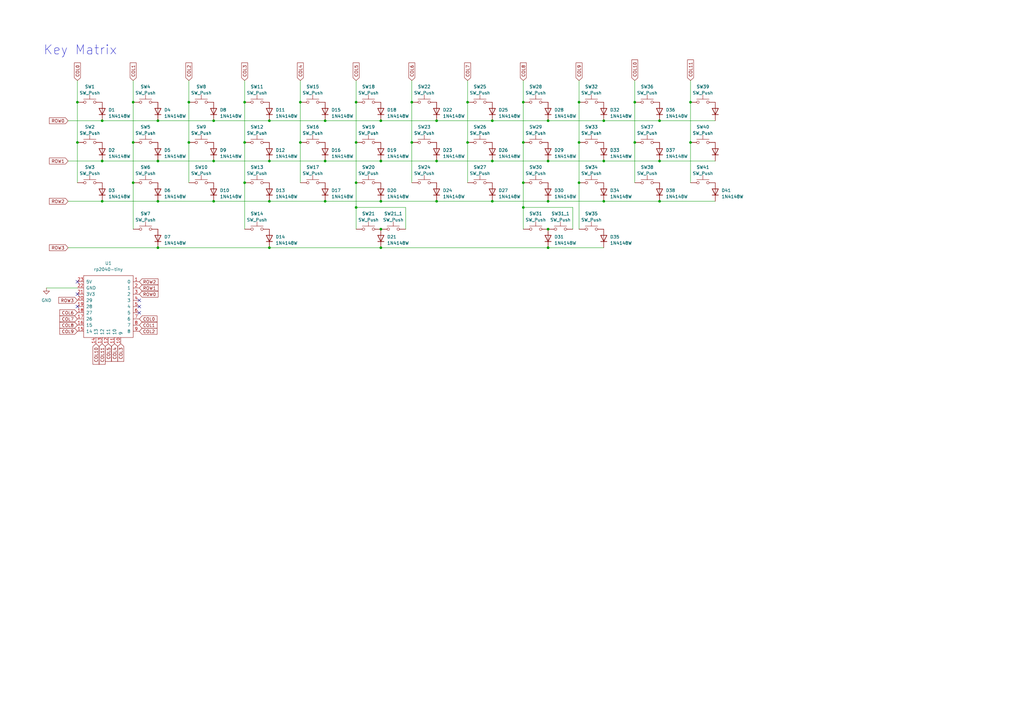
<source format=kicad_sch>
(kicad_sch (version 20230121) (generator eeschema)

  (uuid 3d120d70-8016-4f25-b980-ad33d03c9704)

  (paper "A3")

  (title_block
    (title "Henge40 PCB")
    (date "2024-09-21")
    (rev "v1.0")
    (company "@ymkn")
  )

  (lib_symbols
    (symbol "Diode:1N4148W" (pin_numbers hide) (pin_names hide) (in_bom yes) (on_board yes)
      (property "Reference" "D" (at 0 2.54 0)
        (effects (font (size 1.27 1.27)))
      )
      (property "Value" "1N4148W" (at 0 -2.54 0)
        (effects (font (size 1.27 1.27)))
      )
      (property "Footprint" "Diode_SMD:D_SOD-123" (at 0 -4.445 0)
        (effects (font (size 1.27 1.27)) hide)
      )
      (property "Datasheet" "https://www.vishay.com/docs/85748/1n4148w.pdf" (at 0 0 0)
        (effects (font (size 1.27 1.27)) hide)
      )
      (property "Sim.Device" "D" (at 0 0 0)
        (effects (font (size 1.27 1.27)) hide)
      )
      (property "Sim.Pins" "1=K 2=A" (at 0 0 0)
        (effects (font (size 1.27 1.27)) hide)
      )
      (property "ki_keywords" "diode" (at 0 0 0)
        (effects (font (size 1.27 1.27)) hide)
      )
      (property "ki_description" "75V 0.15A Fast Switching Diode, SOD-123" (at 0 0 0)
        (effects (font (size 1.27 1.27)) hide)
      )
      (property "ki_fp_filters" "D*SOD?123*" (at 0 0 0)
        (effects (font (size 1.27 1.27)) hide)
      )
      (symbol "1N4148W_0_1"
        (polyline
          (pts
            (xy -1.27 1.27)
            (xy -1.27 -1.27)
          )
          (stroke (width 0.254) (type default))
          (fill (type none))
        )
        (polyline
          (pts
            (xy 1.27 0)
            (xy -1.27 0)
          )
          (stroke (width 0) (type default))
          (fill (type none))
        )
        (polyline
          (pts
            (xy 1.27 1.27)
            (xy 1.27 -1.27)
            (xy -1.27 0)
            (xy 1.27 1.27)
          )
          (stroke (width 0.254) (type default))
          (fill (type none))
        )
      )
      (symbol "1N4148W_1_1"
        (pin passive line (at -3.81 0 0) (length 2.54)
          (name "K" (effects (font (size 1.27 1.27))))
          (number "1" (effects (font (size 1.27 1.27))))
        )
        (pin passive line (at 3.81 0 180) (length 2.54)
          (name "A" (effects (font (size 1.27 1.27))))
          (number "2" (effects (font (size 1.27 1.27))))
        )
      )
    )
    (symbol "Switch:SW_Push" (pin_numbers hide) (pin_names (offset 1.016) hide) (in_bom yes) (on_board yes)
      (property "Reference" "SW" (at 1.27 2.54 0)
        (effects (font (size 1.27 1.27)) (justify left))
      )
      (property "Value" "SW_Push" (at 0 -1.524 0)
        (effects (font (size 1.27 1.27)))
      )
      (property "Footprint" "" (at 0 5.08 0)
        (effects (font (size 1.27 1.27)) hide)
      )
      (property "Datasheet" "~" (at 0 5.08 0)
        (effects (font (size 1.27 1.27)) hide)
      )
      (property "ki_keywords" "switch normally-open pushbutton push-button" (at 0 0 0)
        (effects (font (size 1.27 1.27)) hide)
      )
      (property "ki_description" "Push button switch, generic, two pins" (at 0 0 0)
        (effects (font (size 1.27 1.27)) hide)
      )
      (symbol "SW_Push_0_1"
        (circle (center -2.032 0) (radius 0.508)
          (stroke (width 0) (type default))
          (fill (type none))
        )
        (polyline
          (pts
            (xy 0 1.27)
            (xy 0 3.048)
          )
          (stroke (width 0) (type default))
          (fill (type none))
        )
        (polyline
          (pts
            (xy 2.54 1.27)
            (xy -2.54 1.27)
          )
          (stroke (width 0) (type default))
          (fill (type none))
        )
        (circle (center 2.032 0) (radius 0.508)
          (stroke (width 0) (type default))
          (fill (type none))
        )
        (pin passive line (at -5.08 0 0) (length 2.54)
          (name "1" (effects (font (size 1.27 1.27))))
          (number "1" (effects (font (size 1.27 1.27))))
        )
        (pin passive line (at 5.08 0 180) (length 2.54)
          (name "2" (effects (font (size 1.27 1.27))))
          (number "2" (effects (font (size 1.27 1.27))))
        )
      )
    )
    (symbol "power:GND" (power) (pin_names (offset 0)) (in_bom yes) (on_board yes)
      (property "Reference" "#PWR" (at 0 -6.35 0)
        (effects (font (size 1.27 1.27)) hide)
      )
      (property "Value" "GND" (at 0 -3.81 0)
        (effects (font (size 1.27 1.27)))
      )
      (property "Footprint" "" (at 0 0 0)
        (effects (font (size 1.27 1.27)) hide)
      )
      (property "Datasheet" "" (at 0 0 0)
        (effects (font (size 1.27 1.27)) hide)
      )
      (property "ki_keywords" "global power" (at 0 0 0)
        (effects (font (size 1.27 1.27)) hide)
      )
      (property "ki_description" "Power symbol creates a global label with name \"GND\" , ground" (at 0 0 0)
        (effects (font (size 1.27 1.27)) hide)
      )
      (symbol "GND_0_1"
        (polyline
          (pts
            (xy 0 0)
            (xy 0 -1.27)
            (xy 1.27 -1.27)
            (xy 0 -2.54)
            (xy -1.27 -1.27)
            (xy 0 -1.27)
          )
          (stroke (width 0) (type default))
          (fill (type none))
        )
      )
      (symbol "GND_1_1"
        (pin power_in line (at 0 0 270) (length 0) hide
          (name "GND" (effects (font (size 1.27 1.27))))
          (number "1" (effects (font (size 1.27 1.27))))
        )
      )
    )
    (symbol "ymknlib_Waveshare_RP2040-Zero:Waveshare_RP2040-Zero" (pin_names (offset 1.016)) (in_bom yes) (on_board yes)
      (property "Reference" "U" (at 0 15.24 0)
        (effects (font (size 1.27 1.27)))
      )
      (property "Value" "Waveshare_RP2040-Zero" (at 0 12.7 0)
        (effects (font (size 1.27 1.27)))
      )
      (property "Footprint" "" (at -8.89 5.08 0)
        (effects (font (size 1.27 1.27)) hide)
      )
      (property "Datasheet" "" (at -8.89 5.08 0)
        (effects (font (size 1.27 1.27)) hide)
      )
      (symbol "Waveshare_RP2040-Zero_0_1"
        (rectangle (start -10.16 11.43) (end 10.16 -13.97)
          (stroke (width 0) (type default))
          (fill (type none))
        )
      )
      (symbol "Waveshare_RP2040-Zero_1_1"
        (pin bidirectional line (at 12.7 8.89 180) (length 2.54)
          (name "0" (effects (font (size 1.27 1.27))))
          (number "1" (effects (font (size 1.27 1.27))))
        )
        (pin bidirectional line (at 5.08 -16.51 90) (length 2.54)
          (name "9" (effects (font (size 1.27 1.27))))
          (number "10" (effects (font (size 1.27 1.27))))
        )
        (pin bidirectional line (at 2.54 -16.51 90) (length 2.54)
          (name "10" (effects (font (size 1.27 1.27))))
          (number "11" (effects (font (size 1.27 1.27))))
        )
        (pin bidirectional line (at 0 -16.51 90) (length 2.54)
          (name "11" (effects (font (size 1.27 1.27))))
          (number "12" (effects (font (size 1.27 1.27))))
        )
        (pin bidirectional line (at -2.54 -16.51 90) (length 2.54)
          (name "12" (effects (font (size 1.27 1.27))))
          (number "13" (effects (font (size 1.27 1.27))))
        )
        (pin bidirectional line (at -5.08 -16.51 90) (length 2.54)
          (name "13" (effects (font (size 1.27 1.27))))
          (number "14" (effects (font (size 1.27 1.27))))
        )
        (pin bidirectional line (at -12.7 -11.43 0) (length 2.54)
          (name "14" (effects (font (size 1.27 1.27))))
          (number "15" (effects (font (size 1.27 1.27))))
        )
        (pin bidirectional line (at -12.7 -8.89 0) (length 2.54)
          (name "15" (effects (font (size 1.27 1.27))))
          (number "16" (effects (font (size 1.27 1.27))))
        )
        (pin bidirectional line (at -12.7 -6.35 0) (length 2.54)
          (name "26" (effects (font (size 1.27 1.27))))
          (number "17" (effects (font (size 1.27 1.27))))
        )
        (pin bidirectional line (at -12.7 -3.81 0) (length 2.54)
          (name "27" (effects (font (size 1.27 1.27))))
          (number "18" (effects (font (size 1.27 1.27))))
        )
        (pin bidirectional line (at -12.7 -1.27 0) (length 2.54)
          (name "28" (effects (font (size 1.27 1.27))))
          (number "19" (effects (font (size 1.27 1.27))))
        )
        (pin bidirectional line (at 12.7 6.35 180) (length 2.54)
          (name "1" (effects (font (size 1.27 1.27))))
          (number "2" (effects (font (size 1.27 1.27))))
        )
        (pin bidirectional line (at -12.7 1.27 0) (length 2.54)
          (name "29" (effects (font (size 1.27 1.27))))
          (number "20" (effects (font (size 1.27 1.27))))
        )
        (pin power_out line (at -12.7 3.81 0) (length 2.54)
          (name "3V3" (effects (font (size 1.27 1.27))))
          (number "21" (effects (font (size 1.27 1.27))))
        )
        (pin power_out line (at -12.7 6.35 0) (length 2.54)
          (name "GND" (effects (font (size 1.27 1.27))))
          (number "22" (effects (font (size 1.27 1.27))))
        )
        (pin power_out line (at -12.7 8.89 0) (length 2.54)
          (name "5V" (effects (font (size 1.27 1.27))))
          (number "23" (effects (font (size 1.27 1.27))))
        )
        (pin bidirectional line (at 12.7 3.81 180) (length 2.54)
          (name "2" (effects (font (size 1.27 1.27))))
          (number "3" (effects (font (size 1.27 1.27))))
        )
        (pin bidirectional line (at 12.7 1.27 180) (length 2.54)
          (name "3" (effects (font (size 1.27 1.27))))
          (number "4" (effects (font (size 1.27 1.27))))
        )
        (pin bidirectional line (at 12.7 -1.27 180) (length 2.54)
          (name "4" (effects (font (size 1.27 1.27))))
          (number "5" (effects (font (size 1.27 1.27))))
        )
        (pin bidirectional line (at 12.7 -3.81 180) (length 2.54)
          (name "5" (effects (font (size 1.27 1.27))))
          (number "6" (effects (font (size 1.27 1.27))))
        )
        (pin bidirectional line (at 12.7 -6.35 180) (length 2.54)
          (name "6" (effects (font (size 1.27 1.27))))
          (number "7" (effects (font (size 1.27 1.27))))
        )
        (pin bidirectional line (at 12.7 -8.89 180) (length 2.54)
          (name "7" (effects (font (size 1.27 1.27))))
          (number "8" (effects (font (size 1.27 1.27))))
        )
        (pin bidirectional line (at 12.7 -11.43 180) (length 2.54)
          (name "8" (effects (font (size 1.27 1.27))))
          (number "9" (effects (font (size 1.27 1.27))))
        )
      )
    )
  )

  (junction (at 64.77 101.6) (diameter 0) (color 0 0 0 0)
    (uuid 04c76033-226e-4b94-a43f-e1cd44531fc1)
  )
  (junction (at 31.75 41.91) (diameter 0) (color 0 0 0 0)
    (uuid 06882b42-2b50-4dad-95f2-327a5d40e978)
  )
  (junction (at 156.21 101.6) (diameter 0) (color 0 0 0 0)
    (uuid 0c6ff1b5-25fe-420a-9382-03bdd281d4f7)
  )
  (junction (at 41.91 82.55) (diameter 0) (color 0 0 0 0)
    (uuid 1091664d-f26a-408b-923c-1fcd93e7cd10)
  )
  (junction (at 247.65 49.53) (diameter 0) (color 0 0 0 0)
    (uuid 1105963c-1813-477f-828b-1f01512cab82)
  )
  (junction (at 237.49 58.42) (diameter 0) (color 0 0 0 0)
    (uuid 11f3dbba-5686-4f95-a215-318a5844de14)
  )
  (junction (at 224.79 82.55) (diameter 0) (color 0 0 0 0)
    (uuid 1f37baff-9a2f-470e-85f5-82c5899f3b15)
  )
  (junction (at 31.75 58.42) (diameter 0) (color 0 0 0 0)
    (uuid 1f40682f-3ec1-44c4-99f2-354a5198749c)
  )
  (junction (at 191.77 41.91) (diameter 0) (color 0 0 0 0)
    (uuid 1fe1951e-5d18-44da-b66a-5a339fccc40c)
  )
  (junction (at 179.07 49.53) (diameter 0) (color 0 0 0 0)
    (uuid 2818f7a1-3bc2-4482-b80e-ec40bf97e20d)
  )
  (junction (at 224.79 66.04) (diameter 0) (color 0 0 0 0)
    (uuid 29ab4374-03fe-4109-80eb-50e11d805ae7)
  )
  (junction (at 77.47 58.42) (diameter 0) (color 0 0 0 0)
    (uuid 2db1e1ca-7e8f-440b-a78d-4693038bccf5)
  )
  (junction (at 156.21 93.98) (diameter 0) (color 0 0 0 0)
    (uuid 3fcd4fe7-6490-4c29-88cc-0a145c9e1575)
  )
  (junction (at 237.49 41.91) (diameter 0) (color 0 0 0 0)
    (uuid 40aa3eed-4161-4cd9-8134-03531f7c27de)
  )
  (junction (at 146.05 85.09) (diameter 0) (color 0 0 0 0)
    (uuid 4db8d4f1-767d-4aae-8db4-ea33ed376e71)
  )
  (junction (at 100.33 41.91) (diameter 0) (color 0 0 0 0)
    (uuid 4f81bb58-3777-4ba3-b833-e0d0487032a6)
  )
  (junction (at 237.49 74.93) (diameter 0) (color 0 0 0 0)
    (uuid 515722a7-cd16-4d5e-b452-b82fae294cfa)
  )
  (junction (at 270.51 66.04) (diameter 0) (color 0 0 0 0)
    (uuid 515a4ed8-e201-4fed-9288-5d76ed3712b3)
  )
  (junction (at 201.93 66.04) (diameter 0) (color 0 0 0 0)
    (uuid 53860e94-76c9-4450-b62b-272733d04d69)
  )
  (junction (at 110.49 82.55) (diameter 0) (color 0 0 0 0)
    (uuid 549e0377-15f3-43f9-89a3-b9ad929eee1b)
  )
  (junction (at 156.21 66.04) (diameter 0) (color 0 0 0 0)
    (uuid 5847f15a-0a62-4b34-aebc-32431389fb96)
  )
  (junction (at 270.51 49.53) (diameter 0) (color 0 0 0 0)
    (uuid 5a735d48-fd37-4298-a9da-f7424b1adcb2)
  )
  (junction (at 168.91 58.42) (diameter 0) (color 0 0 0 0)
    (uuid 5c4827eb-bdf5-4d67-a71a-3282eb75fafa)
  )
  (junction (at 156.21 82.55) (diameter 0) (color 0 0 0 0)
    (uuid 5cff1800-33a2-4830-ae51-fc8281f2f1f6)
  )
  (junction (at 179.07 82.55) (diameter 0) (color 0 0 0 0)
    (uuid 616ebb15-8554-4175-91cb-f0d203ae614b)
  )
  (junction (at 283.21 58.42) (diameter 0) (color 0 0 0 0)
    (uuid 698092b3-27c8-4a16-83f7-e8d8e83a715e)
  )
  (junction (at 260.35 58.42) (diameter 0) (color 0 0 0 0)
    (uuid 6bfc433e-a450-4eda-a8a4-13b829d3f691)
  )
  (junction (at 87.63 49.53) (diameter 0) (color 0 0 0 0)
    (uuid 6c056df3-7308-49b5-967d-891ab9d00248)
  )
  (junction (at 123.19 41.91) (diameter 0) (color 0 0 0 0)
    (uuid 6cd4f5cd-734a-4aac-9783-3b391d82d4f2)
  )
  (junction (at 201.93 49.53) (diameter 0) (color 0 0 0 0)
    (uuid 6e2945df-1e09-4a33-85fe-30f635d0b665)
  )
  (junction (at 110.49 49.53) (diameter 0) (color 0 0 0 0)
    (uuid 6eb21a61-a881-4323-b318-50bd4b866648)
  )
  (junction (at 41.91 66.04) (diameter 0) (color 0 0 0 0)
    (uuid 710bcd4e-759e-4684-8195-4da21c23b0ba)
  )
  (junction (at 201.93 82.55) (diameter 0) (color 0 0 0 0)
    (uuid 72147193-747d-4278-a1a8-99a4784d7900)
  )
  (junction (at 100.33 58.42) (diameter 0) (color 0 0 0 0)
    (uuid 7ab82a1d-9444-4357-9e44-4d9dfa2d69fd)
  )
  (junction (at 87.63 66.04) (diameter 0) (color 0 0 0 0)
    (uuid 7c8c3532-7712-4bd8-b56b-d3fd53fb3670)
  )
  (junction (at 214.63 74.93) (diameter 0) (color 0 0 0 0)
    (uuid 8f53eb52-1bd7-4743-98cb-3e780806e33b)
  )
  (junction (at 224.79 93.98) (diameter 0) (color 0 0 0 0)
    (uuid 956f0974-d9f7-4ed5-9c24-d2ca6a527bed)
  )
  (junction (at 123.19 58.42) (diameter 0) (color 0 0 0 0)
    (uuid 97a6c763-2276-4d5a-8f7b-d77bdd901f6b)
  )
  (junction (at 146.05 58.42) (diameter 0) (color 0 0 0 0)
    (uuid 99f620f6-7c93-479c-8868-725b61210d7f)
  )
  (junction (at 179.07 66.04) (diameter 0) (color 0 0 0 0)
    (uuid a39b5a97-1c65-4984-a0df-ecf84919e0ef)
  )
  (junction (at 224.79 101.6) (diameter 0) (color 0 0 0 0)
    (uuid a989e340-df10-4039-9176-15b3ba4e1f7b)
  )
  (junction (at 214.63 85.09) (diameter 0) (color 0 0 0 0)
    (uuid a9a12418-468d-4bfb-bcb3-640a868c7204)
  )
  (junction (at 247.65 82.55) (diameter 0) (color 0 0 0 0)
    (uuid aa6dd769-e57e-431c-92db-9da4fa12f39f)
  )
  (junction (at 133.35 82.55) (diameter 0) (color 0 0 0 0)
    (uuid ab587ae7-f301-4ac0-a63e-6a0038b62b02)
  )
  (junction (at 64.77 49.53) (diameter 0) (color 0 0 0 0)
    (uuid ace797fe-961c-4d1b-82b3-db9e9ce415da)
  )
  (junction (at 260.35 41.91) (diameter 0) (color 0 0 0 0)
    (uuid acf6ec70-23f7-4f45-874e-b81561a52a6b)
  )
  (junction (at 64.77 82.55) (diameter 0) (color 0 0 0 0)
    (uuid ae1f42bb-115d-4497-82c4-fec709cfa9c3)
  )
  (junction (at 64.77 66.04) (diameter 0) (color 0 0 0 0)
    (uuid b2205849-0450-4ffa-b6c9-9e29132407e9)
  )
  (junction (at 146.05 41.91) (diameter 0) (color 0 0 0 0)
    (uuid b42b5021-4ce3-4bf4-8a9f-2b74fedc2657)
  )
  (junction (at 168.91 41.91) (diameter 0) (color 0 0 0 0)
    (uuid b68b3450-29bb-47ba-b26a-fa9d9d24a8e2)
  )
  (junction (at 41.91 49.53) (diameter 0) (color 0 0 0 0)
    (uuid b8c43360-dd5f-4c0b-8c93-dd3571184a21)
  )
  (junction (at 100.33 74.93) (diameter 0) (color 0 0 0 0)
    (uuid bad690c2-314e-41f2-b8d4-df75897f0854)
  )
  (junction (at 54.61 74.93) (diameter 0) (color 0 0 0 0)
    (uuid be73e208-2b27-4e54-a6cf-26c1884037a6)
  )
  (junction (at 77.47 41.91) (diameter 0) (color 0 0 0 0)
    (uuid bfcc6aa7-529e-4996-b1e1-bcc2e789c405)
  )
  (junction (at 54.61 41.91) (diameter 0) (color 0 0 0 0)
    (uuid c27b1e2b-1f2a-4a98-8055-628268adf86f)
  )
  (junction (at 87.63 82.55) (diameter 0) (color 0 0 0 0)
    (uuid c6a92c51-7240-4187-8414-8feb15ec2073)
  )
  (junction (at 110.49 101.6) (diameter 0) (color 0 0 0 0)
    (uuid c6d85e60-b578-4653-ae33-b8a19635906c)
  )
  (junction (at 247.65 66.04) (diameter 0) (color 0 0 0 0)
    (uuid cfe60cfa-9e43-4e97-a145-cdd57733b42f)
  )
  (junction (at 214.63 58.42) (diameter 0) (color 0 0 0 0)
    (uuid d1b7e2c2-cbb0-4e88-8c50-03e4c5f7a3b6)
  )
  (junction (at 270.51 82.55) (diameter 0) (color 0 0 0 0)
    (uuid d454ac6c-c2ce-4fca-bf54-176ff385b766)
  )
  (junction (at 54.61 58.42) (diameter 0) (color 0 0 0 0)
    (uuid d47d335f-f747-41ee-9635-eb46bce7fac1)
  )
  (junction (at 214.63 41.91) (diameter 0) (color 0 0 0 0)
    (uuid d58e5874-2c36-4442-9c42-27a6b7eb712e)
  )
  (junction (at 133.35 49.53) (diameter 0) (color 0 0 0 0)
    (uuid d7fd0e6e-1ac3-42c3-9eeb-3ecb6c32f9f9)
  )
  (junction (at 224.79 49.53) (diameter 0) (color 0 0 0 0)
    (uuid e19aa5e2-f5ba-4be3-b5d1-c50c3289d128)
  )
  (junction (at 156.21 49.53) (diameter 0) (color 0 0 0 0)
    (uuid e1a5940f-a473-49c3-8a08-a4fd6417ed43)
  )
  (junction (at 283.21 41.91) (diameter 0) (color 0 0 0 0)
    (uuid e3e86b0c-4116-4fbc-9d24-cfe79f6727a4)
  )
  (junction (at 146.05 74.93) (diameter 0) (color 0 0 0 0)
    (uuid e9825ace-5099-4e1a-a431-fa37cfebaca6)
  )
  (junction (at 133.35 66.04) (diameter 0) (color 0 0 0 0)
    (uuid f3922595-e348-473d-88e5-5706da048701)
  )
  (junction (at 110.49 66.04) (diameter 0) (color 0 0 0 0)
    (uuid f63649ba-be35-4e45-8524-a9ba4040bb05)
  )
  (junction (at 191.77 58.42) (diameter 0) (color 0 0 0 0)
    (uuid ff8746ef-66e6-42dc-b700-b8c1cf294915)
  )

  (no_connect (at 57.15 123.19) (uuid 1db1819e-5087-4e74-bc81-27d74353920f))
  (no_connect (at 57.15 128.27) (uuid 1efdb329-b2db-4744-9b8c-57d08cb96572))
  (no_connect (at 31.75 120.65) (uuid 35415828-6ce1-4cf4-9001-afb65fd89e1d))
  (no_connect (at 57.15 125.73) (uuid e6c0f57b-8712-47c2-8dce-7bebaef4bc41))
  (no_connect (at 31.75 125.73) (uuid f77dd50f-4d95-4999-8056-3d3fba52f0f9))
  (no_connect (at 31.75 115.57) (uuid fd369514-7d7f-4ba5-ae09-b81207d9db18))

  (wire (pts (xy 27.94 66.04) (xy 41.91 66.04))
    (stroke (width 0) (type default))
    (uuid 03e40a4a-0513-4eaf-87c4-bb6fbb283b1b)
  )
  (wire (pts (xy 87.63 82.55) (xy 110.49 82.55))
    (stroke (width 0) (type default))
    (uuid 0854892b-2de5-4c07-900b-d0b5564c0146)
  )
  (wire (pts (xy 237.49 33.02) (xy 237.49 41.91))
    (stroke (width 0) (type default))
    (uuid 08a2542e-baf2-4120-947b-0695fb1bd0f4)
  )
  (wire (pts (xy 224.79 101.6) (xy 247.65 101.6))
    (stroke (width 0) (type default))
    (uuid 0d674167-4d9f-434e-9a24-b5b2f5e47265)
  )
  (wire (pts (xy 64.77 101.6) (xy 110.49 101.6))
    (stroke (width 0) (type default))
    (uuid 0da0d2cd-2e75-4cad-94e3-60e7c6fad609)
  )
  (wire (pts (xy 54.61 74.93) (xy 54.61 93.98))
    (stroke (width 0) (type default))
    (uuid 1079862b-4e95-4d70-8a60-b26b4c370b7f)
  )
  (wire (pts (xy 283.21 41.91) (xy 283.21 58.42))
    (stroke (width 0) (type default))
    (uuid 1169b4ab-9632-42c9-b081-50a175ab2ad8)
  )
  (wire (pts (xy 146.05 85.09) (xy 166.37 85.09))
    (stroke (width 0) (type default))
    (uuid 16ebf1d3-2fd2-44e7-bda4-410d13e16dd7)
  )
  (wire (pts (xy 31.75 33.02) (xy 31.75 41.91))
    (stroke (width 0) (type default))
    (uuid 182c859d-5299-4256-98d6-3c56ded9a431)
  )
  (wire (pts (xy 179.07 82.55) (xy 201.93 82.55))
    (stroke (width 0) (type default))
    (uuid 1cc05396-97b5-434b-b95c-4ea93fbc4e37)
  )
  (wire (pts (xy 224.79 66.04) (xy 247.65 66.04))
    (stroke (width 0) (type default))
    (uuid 1f0e7d3d-1908-4ccc-a596-77501bf8f927)
  )
  (wire (pts (xy 77.47 41.91) (xy 77.47 58.42))
    (stroke (width 0) (type default))
    (uuid 22ae3887-a16e-48c2-a524-ef3f7e7e15c8)
  )
  (wire (pts (xy 41.91 82.55) (xy 64.77 82.55))
    (stroke (width 0) (type default))
    (uuid 23412317-84f5-4f53-88d8-f97cd8f41631)
  )
  (wire (pts (xy 54.61 41.91) (xy 54.61 58.42))
    (stroke (width 0) (type default))
    (uuid 28d6fc24-8d94-4014-91f1-3ecae70d3ab2)
  )
  (wire (pts (xy 123.19 33.02) (xy 123.19 41.91))
    (stroke (width 0) (type default))
    (uuid 2cb6fbd8-1ad8-46d9-9d99-31df4515b194)
  )
  (wire (pts (xy 146.05 33.02) (xy 146.05 41.91))
    (stroke (width 0) (type default))
    (uuid 2fcf5c50-ae73-42d5-8b86-fe23b8a37bfe)
  )
  (wire (pts (xy 146.05 74.93) (xy 146.05 85.09))
    (stroke (width 0) (type default))
    (uuid 32b004d3-17a5-4865-83ce-77af3c30c24a)
  )
  (wire (pts (xy 87.63 66.04) (xy 110.49 66.04))
    (stroke (width 0) (type default))
    (uuid 3ce6e48a-d650-4c7f-b5cc-b73f4d3c11c2)
  )
  (wire (pts (xy 191.77 41.91) (xy 191.77 58.42))
    (stroke (width 0) (type default))
    (uuid 3e4070b4-5815-456a-8655-6359a058a72c)
  )
  (wire (pts (xy 260.35 33.02) (xy 260.35 41.91))
    (stroke (width 0) (type default))
    (uuid 4584dbee-4aba-4dd1-bcc2-1b86057b3380)
  )
  (wire (pts (xy 201.93 66.04) (xy 224.79 66.04))
    (stroke (width 0) (type default))
    (uuid 4980a438-e5c0-4f49-aa07-365928525541)
  )
  (wire (pts (xy 87.63 49.53) (xy 110.49 49.53))
    (stroke (width 0) (type default))
    (uuid 504e0710-e3f9-4630-9beb-b40fd0dfb6c1)
  )
  (wire (pts (xy 156.21 66.04) (xy 179.07 66.04))
    (stroke (width 0) (type default))
    (uuid 505fc995-7663-4850-9b5f-5a6d9346b5c2)
  )
  (wire (pts (xy 214.63 33.02) (xy 214.63 41.91))
    (stroke (width 0) (type default))
    (uuid 506fac66-e91b-4fef-95d2-7e1440bd1b8b)
  )
  (wire (pts (xy 214.63 58.42) (xy 214.63 74.93))
    (stroke (width 0) (type default))
    (uuid 52852e8d-f3b5-42cf-be50-f85177e289b7)
  )
  (wire (pts (xy 179.07 49.53) (xy 201.93 49.53))
    (stroke (width 0) (type default))
    (uuid 55160174-58ce-4e6e-bd12-f42a81c49825)
  )
  (wire (pts (xy 214.63 74.93) (xy 214.63 85.09))
    (stroke (width 0) (type default))
    (uuid 573f9bc7-139c-4a53-bbec-770e70d65838)
  )
  (wire (pts (xy 283.21 58.42) (xy 283.21 74.93))
    (stroke (width 0) (type default))
    (uuid 5b1d6ae3-e2a0-4595-bf26-7af72afd20b7)
  )
  (wire (pts (xy 54.61 58.42) (xy 54.61 74.93))
    (stroke (width 0) (type default))
    (uuid 5d59829a-0bed-43db-a24c-14ce568eec38)
  )
  (wire (pts (xy 237.49 58.42) (xy 237.49 74.93))
    (stroke (width 0) (type default))
    (uuid 5e6622bf-f3aa-409b-ab7d-c5e7a13ab578)
  )
  (wire (pts (xy 224.79 49.53) (xy 247.65 49.53))
    (stroke (width 0) (type default))
    (uuid 622324e3-0e71-4789-8f03-731593d4bf7d)
  )
  (wire (pts (xy 168.91 41.91) (xy 168.91 58.42))
    (stroke (width 0) (type default))
    (uuid 633fcd9d-0b27-4d81-8c5d-2b93bd81040c)
  )
  (wire (pts (xy 168.91 33.02) (xy 168.91 41.91))
    (stroke (width 0) (type default))
    (uuid 639e8bc7-3cc9-4d7d-9b14-4c0a0ad94643)
  )
  (wire (pts (xy 41.91 66.04) (xy 64.77 66.04))
    (stroke (width 0) (type default))
    (uuid 63c035a9-cc05-4c21-ba79-d8cbe66631a0)
  )
  (wire (pts (xy 100.33 41.91) (xy 100.33 58.42))
    (stroke (width 0) (type default))
    (uuid 673c280c-e6d3-4743-abff-fc5e87ebfd76)
  )
  (wire (pts (xy 260.35 58.42) (xy 260.35 74.93))
    (stroke (width 0) (type default))
    (uuid 67617ca2-0d7d-4134-bd28-ad1289f03621)
  )
  (wire (pts (xy 123.19 58.42) (xy 123.19 74.93))
    (stroke (width 0) (type default))
    (uuid 68bb88dc-ef85-40b4-abf9-9a2ae42211b9)
  )
  (wire (pts (xy 146.05 58.42) (xy 146.05 74.93))
    (stroke (width 0) (type default))
    (uuid 68e5d515-a1fd-41e3-8a4c-9d03adb62850)
  )
  (wire (pts (xy 146.05 41.91) (xy 146.05 58.42))
    (stroke (width 0) (type default))
    (uuid 69576bea-3d93-4d7e-b5d4-9c8370729f06)
  )
  (wire (pts (xy 270.51 49.53) (xy 293.37 49.53))
    (stroke (width 0) (type default))
    (uuid 6999b027-b022-43c0-82d6-2dcc43553ac2)
  )
  (wire (pts (xy 133.35 82.55) (xy 156.21 82.55))
    (stroke (width 0) (type default))
    (uuid 6d19b59d-1273-4b73-a697-c2dafd9b03f8)
  )
  (wire (pts (xy 123.19 41.91) (xy 123.19 58.42))
    (stroke (width 0) (type default))
    (uuid 6eba61b1-2203-419e-a9fa-a29f6cee7dfe)
  )
  (wire (pts (xy 110.49 101.6) (xy 156.21 101.6))
    (stroke (width 0) (type default))
    (uuid 79094e35-c9f2-40a5-901c-fcdeaf277f54)
  )
  (wire (pts (xy 156.21 101.6) (xy 224.79 101.6))
    (stroke (width 0) (type default))
    (uuid 799fce91-822c-4466-ab92-a89076e16192)
  )
  (wire (pts (xy 77.47 33.02) (xy 77.47 41.91))
    (stroke (width 0) (type default))
    (uuid 7b305a23-7070-430f-bfde-c5a9bd138619)
  )
  (wire (pts (xy 201.93 82.55) (xy 224.79 82.55))
    (stroke (width 0) (type default))
    (uuid 7b739cc7-c7ec-4c9f-bc3f-de1c04aef5aa)
  )
  (wire (pts (xy 191.77 33.02) (xy 191.77 41.91))
    (stroke (width 0) (type default))
    (uuid 8942ede9-ff65-4407-82f3-59faa09130a4)
  )
  (wire (pts (xy 237.49 41.91) (xy 237.49 58.42))
    (stroke (width 0) (type default))
    (uuid 8c3e255d-9ecc-482b-b371-ccd19a43db9a)
  )
  (wire (pts (xy 110.49 66.04) (xy 133.35 66.04))
    (stroke (width 0) (type default))
    (uuid 9177dc31-bffe-4122-bc9c-62f2e5df2f7e)
  )
  (wire (pts (xy 234.95 93.98) (xy 234.95 85.09))
    (stroke (width 0) (type default))
    (uuid 97ae86d6-6ae3-425d-9f89-a9177d6ea92a)
  )
  (wire (pts (xy 179.07 66.04) (xy 201.93 66.04))
    (stroke (width 0) (type default))
    (uuid 9c6d36d5-1213-4625-8e24-5909a125b6f2)
  )
  (wire (pts (xy 110.49 49.53) (xy 133.35 49.53))
    (stroke (width 0) (type default))
    (uuid 9f8168f1-79aa-41ad-843e-bf201d48c0cd)
  )
  (wire (pts (xy 100.33 33.02) (xy 100.33 41.91))
    (stroke (width 0) (type default))
    (uuid a94c4ae8-b233-4fd7-b596-f29982d38845)
  )
  (wire (pts (xy 270.51 66.04) (xy 293.37 66.04))
    (stroke (width 0) (type default))
    (uuid aea5f482-43a8-4bcd-9492-7a1346ca1bd4)
  )
  (wire (pts (xy 270.51 82.55) (xy 293.37 82.55))
    (stroke (width 0) (type default))
    (uuid af63aef8-d820-4853-99c4-f6354120664c)
  )
  (wire (pts (xy 166.37 93.98) (xy 166.37 85.09))
    (stroke (width 0) (type default))
    (uuid b11d5008-40e5-4177-8ce2-740eb3d1b8f2)
  )
  (wire (pts (xy 31.75 58.42) (xy 31.75 74.93))
    (stroke (width 0) (type default))
    (uuid b15cf943-3b3c-41ad-9ae7-d43588d05630)
  )
  (wire (pts (xy 110.49 82.55) (xy 133.35 82.55))
    (stroke (width 0) (type default))
    (uuid b1ae8ef6-950c-4509-a43d-2fb2d8c04aef)
  )
  (wire (pts (xy 214.63 41.91) (xy 214.63 58.42))
    (stroke (width 0) (type default))
    (uuid b4f8cf83-33ab-45fe-ac53-ca16d8dd052d)
  )
  (wire (pts (xy 133.35 66.04) (xy 156.21 66.04))
    (stroke (width 0) (type default))
    (uuid b630c2e9-a992-422a-ba3c-852fa660fa7b)
  )
  (wire (pts (xy 168.91 58.42) (xy 168.91 74.93))
    (stroke (width 0) (type default))
    (uuid b766d3ac-66dc-4561-9c24-0c149f64885f)
  )
  (wire (pts (xy 283.21 33.02) (xy 283.21 41.91))
    (stroke (width 0) (type default))
    (uuid c1095f40-a07f-454e-8ed3-513de602714f)
  )
  (wire (pts (xy 146.05 85.09) (xy 146.05 93.98))
    (stroke (width 0) (type default))
    (uuid c40486e1-8bd1-42dd-897c-4ee302ce66ba)
  )
  (wire (pts (xy 214.63 85.09) (xy 234.95 85.09))
    (stroke (width 0) (type default))
    (uuid c4360174-1d55-40f5-945a-069ada076ed4)
  )
  (wire (pts (xy 54.61 33.02) (xy 54.61 41.91))
    (stroke (width 0) (type default))
    (uuid c5329e63-e3a8-429c-8e62-6077e71c9be2)
  )
  (wire (pts (xy 260.35 41.91) (xy 260.35 58.42))
    (stroke (width 0) (type default))
    (uuid c5e39149-5573-4ffd-9431-a9846ea2e652)
  )
  (wire (pts (xy 64.77 66.04) (xy 87.63 66.04))
    (stroke (width 0) (type default))
    (uuid c9f2c207-a51b-46c1-b768-6d7ca46491f6)
  )
  (wire (pts (xy 201.93 49.53) (xy 224.79 49.53))
    (stroke (width 0) (type default))
    (uuid ca1b61ed-87b4-4a0b-84a5-18e7fd6efcd9)
  )
  (wire (pts (xy 191.77 58.42) (xy 191.77 74.93))
    (stroke (width 0) (type default))
    (uuid cc2bf21b-bf82-4a0d-9cd9-ee3e3a7bada7)
  )
  (wire (pts (xy 247.65 49.53) (xy 270.51 49.53))
    (stroke (width 0) (type default))
    (uuid cfa0b9e3-47a7-426f-b95b-f08fe3eca3fe)
  )
  (wire (pts (xy 247.65 66.04) (xy 270.51 66.04))
    (stroke (width 0) (type default))
    (uuid d238a8b9-d147-4aff-99be-29c1e2767e4d)
  )
  (wire (pts (xy 100.33 74.93) (xy 100.33 93.98))
    (stroke (width 0) (type default))
    (uuid d9a13939-e5fc-4189-8537-75733dbc56b3)
  )
  (wire (pts (xy 133.35 49.53) (xy 156.21 49.53))
    (stroke (width 0) (type default))
    (uuid db8eb281-0000-4552-8128-613e8d7ff77f)
  )
  (wire (pts (xy 224.79 82.55) (xy 247.65 82.55))
    (stroke (width 0) (type default))
    (uuid dc1480e3-08d7-434f-92a2-3b6aa357593f)
  )
  (wire (pts (xy 64.77 49.53) (xy 87.63 49.53))
    (stroke (width 0) (type default))
    (uuid dc75cc94-49c1-4c99-a8eb-ad545b5e15d3)
  )
  (wire (pts (xy 27.94 82.55) (xy 41.91 82.55))
    (stroke (width 0) (type default))
    (uuid ddd1ac06-3807-4c9d-8ff6-31128586e643)
  )
  (wire (pts (xy 100.33 58.42) (xy 100.33 74.93))
    (stroke (width 0) (type default))
    (uuid de0d10c9-64e2-4878-b4cb-3e60dd237fe7)
  )
  (wire (pts (xy 27.94 101.6) (xy 64.77 101.6))
    (stroke (width 0) (type default))
    (uuid e0a6790c-bddb-4ad3-a49b-0f48ef1c735e)
  )
  (wire (pts (xy 77.47 58.42) (xy 77.47 74.93))
    (stroke (width 0) (type default))
    (uuid e4b069a2-6af2-4189-977a-979d521adc50)
  )
  (wire (pts (xy 19.05 118.11) (xy 31.75 118.11))
    (stroke (width 0) (type default))
    (uuid ec0daca4-5c18-40e0-a603-ab38f6dc7a57)
  )
  (wire (pts (xy 247.65 82.55) (xy 270.51 82.55))
    (stroke (width 0) (type default))
    (uuid ec648dd7-b54a-46d6-9ad6-4a8bbbae55f1)
  )
  (wire (pts (xy 64.77 82.55) (xy 87.63 82.55))
    (stroke (width 0) (type default))
    (uuid ed972b8f-4923-48af-b6ee-6fc8123b8a9e)
  )
  (wire (pts (xy 31.75 41.91) (xy 31.75 58.42))
    (stroke (width 0) (type default))
    (uuid edb6a1fc-ea41-45a1-8ba2-bd03eb6b5009)
  )
  (wire (pts (xy 41.91 49.53) (xy 64.77 49.53))
    (stroke (width 0) (type default))
    (uuid f055dc55-4ca2-4799-8b75-72d2bf86a8bd)
  )
  (wire (pts (xy 156.21 49.53) (xy 179.07 49.53))
    (stroke (width 0) (type default))
    (uuid f3a93b95-1f28-4810-affc-a9b17d05664f)
  )
  (wire (pts (xy 237.49 74.93) (xy 237.49 93.98))
    (stroke (width 0) (type default))
    (uuid f46acd56-99da-4462-b3bf-a67acbe3e841)
  )
  (wire (pts (xy 156.21 82.55) (xy 179.07 82.55))
    (stroke (width 0) (type default))
    (uuid f68d968d-8c56-4234-a27c-c1634172a883)
  )
  (wire (pts (xy 27.94 49.53) (xy 41.91 49.53))
    (stroke (width 0) (type default))
    (uuid fbaedb5b-0930-4013-8abf-88b16756caec)
  )
  (wire (pts (xy 214.63 85.09) (xy 214.63 93.98))
    (stroke (width 0) (type default))
    (uuid fcee9c4b-e21d-41aa-9a92-7a557a09a676)
  )

  (text "Key Matrix" (at 17.78 22.86 0)
    (effects (font (size 3.81 3.81)) (justify left bottom))
    (uuid 21fa31d7-be51-4685-a385-ce9aedec771a)
  )

  (global_label "ROW2" (shape input) (at 57.15 115.57 0) (fields_autoplaced)
    (effects (font (size 1.27 1.27)) (justify left))
    (uuid 0c7cff1a-b643-42cd-9937-17405d940a2d)
    (property "Intersheetrefs" "${INTERSHEET_REFS}" (at 65.3966 115.57 0)
      (effects (font (size 1.27 1.27)) (justify left) hide)
    )
  )
  (global_label "COL9" (shape input) (at 31.75 135.89 180) (fields_autoplaced)
    (effects (font (size 1.27 1.27)) (justify right))
    (uuid 0f8fd8c9-2330-4fb5-b9d7-d8341f662a5b)
    (property "Intersheetrefs" "${INTERSHEET_REFS}" (at 23.9267 135.89 0)
      (effects (font (size 1.27 1.27)) (justify right) hide)
    )
  )
  (global_label "COL4" (shape input) (at 46.99 140.97 270) (fields_autoplaced)
    (effects (font (size 1.27 1.27)) (justify right))
    (uuid 0fce9fd0-aed9-40c3-b5cc-603214b9dc0c)
    (property "Intersheetrefs" "${INTERSHEET_REFS}" (at 46.99 148.7933 90)
      (effects (font (size 1.27 1.27)) (justify right) hide)
    )
  )
  (global_label "COL6" (shape input) (at 168.91 33.02 90) (fields_autoplaced)
    (effects (font (size 1.27 1.27)) (justify left))
    (uuid 12e5f3e3-a36e-4c75-8365-900919161719)
    (property "Intersheetrefs" "${INTERSHEET_REFS}" (at 168.91 25.1967 90)
      (effects (font (size 1.27 1.27)) (justify left) hide)
    )
  )
  (global_label "COL3" (shape input) (at 100.33 33.02 90) (fields_autoplaced)
    (effects (font (size 1.27 1.27)) (justify left))
    (uuid 13949478-c076-4ff5-b682-ce795918577a)
    (property "Intersheetrefs" "${INTERSHEET_REFS}" (at 100.2506 25.7688 90)
      (effects (font (size 1.27 1.27)) (justify left) hide)
    )
  )
  (global_label "COL8" (shape input) (at 31.75 133.35 180) (fields_autoplaced)
    (effects (font (size 1.27 1.27)) (justify right))
    (uuid 1b241647-d2d5-4551-923e-d83428ac2e7b)
    (property "Intersheetrefs" "${INTERSHEET_REFS}" (at 23.9267 133.35 0)
      (effects (font (size 1.27 1.27)) (justify right) hide)
    )
  )
  (global_label "ROW0" (shape input) (at 57.15 120.65 0) (fields_autoplaced)
    (effects (font (size 1.27 1.27)) (justify left))
    (uuid 1ce139f0-4c55-4ef1-a8d2-f34fbea15163)
    (property "Intersheetrefs" "${INTERSHEET_REFS}" (at 65.3966 120.65 0)
      (effects (font (size 1.27 1.27)) (justify left) hide)
    )
  )
  (global_label "COL2" (shape input) (at 57.15 135.89 0) (fields_autoplaced)
    (effects (font (size 1.27 1.27)) (justify left))
    (uuid 45811715-1a8e-4283-9fb5-d10f50914250)
    (property "Intersheetrefs" "${INTERSHEET_REFS}" (at 64.9733 135.89 0)
      (effects (font (size 1.27 1.27)) (justify left) hide)
    )
  )
  (global_label "COL7" (shape input) (at 191.77 33.02 90) (fields_autoplaced)
    (effects (font (size 1.27 1.27)) (justify left))
    (uuid 4b91669f-752d-4707-b427-dec386921fb4)
    (property "Intersheetrefs" "${INTERSHEET_REFS}" (at 191.77 25.1967 90)
      (effects (font (size 1.27 1.27)) (justify left) hide)
    )
  )
  (global_label "COL11" (shape input) (at 283.21 33.02 90) (fields_autoplaced)
    (effects (font (size 1.27 1.27)) (justify left))
    (uuid 4ecced0a-ecea-40d0-b5b6-e08bc46d7f4c)
    (property "Intersheetrefs" "${INTERSHEET_REFS}" (at 283.21 23.9872 90)
      (effects (font (size 1.27 1.27)) (justify left) hide)
    )
  )
  (global_label "COL8" (shape input) (at 214.63 33.02 90) (fields_autoplaced)
    (effects (font (size 1.27 1.27)) (justify left))
    (uuid 53055f0e-ce4e-4dcd-aae3-be0920fb4a54)
    (property "Intersheetrefs" "${INTERSHEET_REFS}" (at 214.63 25.1967 90)
      (effects (font (size 1.27 1.27)) (justify left) hide)
    )
  )
  (global_label "COL2" (shape input) (at 77.47 33.02 90) (fields_autoplaced)
    (effects (font (size 1.27 1.27)) (justify left))
    (uuid 5c3175d6-c1aa-4c4d-8764-ffca0d40daa9)
    (property "Intersheetrefs" "${INTERSHEET_REFS}" (at 77.3906 25.7688 90)
      (effects (font (size 1.27 1.27)) (justify left) hide)
    )
  )
  (global_label "COL5" (shape input) (at 146.05 33.02 90) (fields_autoplaced)
    (effects (font (size 1.27 1.27)) (justify left))
    (uuid 63a9073a-9324-4798-bb68-26248319d770)
    (property "Intersheetrefs" "${INTERSHEET_REFS}" (at 146.05 25.1967 90)
      (effects (font (size 1.27 1.27)) (justify left) hide)
    )
  )
  (global_label "ROW3" (shape input) (at 27.94 101.6 180) (fields_autoplaced)
    (effects (font (size 1.27 1.27)) (justify right))
    (uuid 64cb6333-0c17-4b22-bc3e-05fe017fa246)
    (property "Intersheetrefs" "${INTERSHEET_REFS}" (at 19.6934 101.6 0)
      (effects (font (size 1.27 1.27)) (justify right) hide)
    )
  )
  (global_label "COL3" (shape input) (at 49.53 140.97 270) (fields_autoplaced)
    (effects (font (size 1.27 1.27)) (justify right))
    (uuid 64d2a552-f31a-4e79-8d0b-51a43a3b4c2f)
    (property "Intersheetrefs" "${INTERSHEET_REFS}" (at 49.53 148.7933 90)
      (effects (font (size 1.27 1.27)) (justify right) hide)
    )
  )
  (global_label "ROW0" (shape input) (at 27.94 49.53 180) (fields_autoplaced)
    (effects (font (size 1.27 1.27)) (justify right))
    (uuid 6985ae66-d705-4bdd-ac8e-c272dc072ee0)
    (property "Intersheetrefs" "${INTERSHEET_REFS}" (at 19.6934 49.53 0)
      (effects (font (size 1.27 1.27)) (justify right) hide)
    )
  )
  (global_label "COL1" (shape input) (at 54.61 33.02 90) (fields_autoplaced)
    (effects (font (size 1.27 1.27)) (justify left))
    (uuid 71cfcb83-d235-4a14-a6a5-f37570c90e69)
    (property "Intersheetrefs" "${INTERSHEET_REFS}" (at 54.5306 25.7688 90)
      (effects (font (size 1.27 1.27)) (justify left) hide)
    )
  )
  (global_label "COL11" (shape input) (at 41.91 140.97 270) (fields_autoplaced)
    (effects (font (size 1.27 1.27)) (justify right))
    (uuid 73d29ba2-6186-4546-982a-5acae648409d)
    (property "Intersheetrefs" "${INTERSHEET_REFS}" (at 41.91 150.0028 90)
      (effects (font (size 1.27 1.27)) (justify right) hide)
    )
  )
  (global_label "ROW2" (shape input) (at 27.94 82.55 180) (fields_autoplaced)
    (effects (font (size 1.27 1.27)) (justify right))
    (uuid 7aa26727-4acb-415c-9863-243bd3203e6e)
    (property "Intersheetrefs" "${INTERSHEET_REFS}" (at 19.6934 82.55 0)
      (effects (font (size 1.27 1.27)) (justify right) hide)
    )
  )
  (global_label "COL0" (shape input) (at 31.75 33.02 90) (fields_autoplaced)
    (effects (font (size 1.27 1.27)) (justify left))
    (uuid 8b5bacc7-911d-44be-bb8c-28499384c12b)
    (property "Intersheetrefs" "${INTERSHEET_REFS}" (at 31.6706 25.7688 90)
      (effects (font (size 1.27 1.27)) (justify left) hide)
    )
  )
  (global_label "COL5" (shape input) (at 44.45 140.97 270) (fields_autoplaced)
    (effects (font (size 1.27 1.27)) (justify right))
    (uuid 92d16a29-cbc9-4d0d-b821-1abc663c1cf3)
    (property "Intersheetrefs" "${INTERSHEET_REFS}" (at 44.45 148.7933 90)
      (effects (font (size 1.27 1.27)) (justify right) hide)
    )
  )
  (global_label "COL7" (shape input) (at 31.75 130.81 180) (fields_autoplaced)
    (effects (font (size 1.27 1.27)) (justify right))
    (uuid 9882635f-92fc-4243-b78f-b760ac32042d)
    (property "Intersheetrefs" "${INTERSHEET_REFS}" (at 23.9267 130.81 0)
      (effects (font (size 1.27 1.27)) (justify right) hide)
    )
  )
  (global_label "COL10" (shape input) (at 260.35 33.02 90) (fields_autoplaced)
    (effects (font (size 1.27 1.27)) (justify left))
    (uuid 9c49e674-5045-4550-8908-fd22aedb279a)
    (property "Intersheetrefs" "${INTERSHEET_REFS}" (at 260.35 23.9872 90)
      (effects (font (size 1.27 1.27)) (justify left) hide)
    )
  )
  (global_label "COL0" (shape input) (at 57.15 130.81 0) (fields_autoplaced)
    (effects (font (size 1.27 1.27)) (justify left))
    (uuid a783cdd1-bd80-472e-aca6-3bd6cdf3301a)
    (property "Intersheetrefs" "${INTERSHEET_REFS}" (at 64.9733 130.81 0)
      (effects (font (size 1.27 1.27)) (justify left) hide)
    )
  )
  (global_label "COL9" (shape input) (at 237.49 33.02 90) (fields_autoplaced)
    (effects (font (size 1.27 1.27)) (justify left))
    (uuid b5aa6744-e0d5-4758-b7c4-f96e7855ae39)
    (property "Intersheetrefs" "${INTERSHEET_REFS}" (at 237.49 25.1967 90)
      (effects (font (size 1.27 1.27)) (justify left) hide)
    )
  )
  (global_label "COL10" (shape input) (at 39.37 140.97 270) (fields_autoplaced)
    (effects (font (size 1.27 1.27)) (justify right))
    (uuid cce4d220-2c68-4d5d-828b-fdfcfe84304c)
    (property "Intersheetrefs" "${INTERSHEET_REFS}" (at 39.37 150.0028 90)
      (effects (font (size 1.27 1.27)) (justify right) hide)
    )
  )
  (global_label "ROW1" (shape input) (at 57.15 118.11 0) (fields_autoplaced)
    (effects (font (size 1.27 1.27)) (justify left))
    (uuid d05235c5-f90c-42f5-a6fa-695e88aa20c6)
    (property "Intersheetrefs" "${INTERSHEET_REFS}" (at 65.3966 118.11 0)
      (effects (font (size 1.27 1.27)) (justify left) hide)
    )
  )
  (global_label "COL6" (shape input) (at 31.75 128.27 180) (fields_autoplaced)
    (effects (font (size 1.27 1.27)) (justify right))
    (uuid e5d99d12-6533-4730-8496-29d854c1699a)
    (property "Intersheetrefs" "${INTERSHEET_REFS}" (at 23.9267 128.27 0)
      (effects (font (size 1.27 1.27)) (justify right) hide)
    )
  )
  (global_label "ROW3" (shape input) (at 31.75 123.19 180) (fields_autoplaced)
    (effects (font (size 1.27 1.27)) (justify right))
    (uuid ebd92e2b-e543-4ad1-82d9-ecdbc825c42b)
    (property "Intersheetrefs" "${INTERSHEET_REFS}" (at 23.5034 123.19 0)
      (effects (font (size 1.27 1.27)) (justify right) hide)
    )
  )
  (global_label "ROW1" (shape input) (at 27.94 66.04 180) (fields_autoplaced)
    (effects (font (size 1.27 1.27)) (justify right))
    (uuid ee894d76-76f5-42d1-8640-5107bbee378d)
    (property "Intersheetrefs" "${INTERSHEET_REFS}" (at 19.6934 66.04 0)
      (effects (font (size 1.27 1.27)) (justify right) hide)
    )
  )
  (global_label "COL1" (shape input) (at 57.15 133.35 0) (fields_autoplaced)
    (effects (font (size 1.27 1.27)) (justify left))
    (uuid f6873d5a-b04f-4a69-82b8-92f8441336f1)
    (property "Intersheetrefs" "${INTERSHEET_REFS}" (at 64.9733 133.35 0)
      (effects (font (size 1.27 1.27)) (justify left) hide)
    )
  )
  (global_label "COL4" (shape input) (at 123.19 33.02 90) (fields_autoplaced)
    (effects (font (size 1.27 1.27)) (justify left))
    (uuid fb7efe44-5a28-4e48-927d-10e6c493ef69)
    (property "Intersheetrefs" "${INTERSHEET_REFS}" (at 123.1106 25.7688 90)
      (effects (font (size 1.27 1.27)) (justify left) hide)
    )
  )

  (symbol (lib_id "Diode:1N4148W") (at 87.63 78.74 90) (unit 1)
    (in_bom yes) (on_board yes) (dnp no) (fields_autoplaced)
    (uuid 0208cb38-22dd-4f19-ad8b-1e61a93cbf5b)
    (property "Reference" "D10" (at 90.17 78.105 90)
      (effects (font (size 1.27 1.27)) (justify right))
    )
    (property "Value" "1N4148W" (at 90.17 80.645 90)
      (effects (font (size 1.27 1.27)) (justify right))
    )
    (property "Footprint" "ymknlib_Various:D_SOD-123" (at 92.075 78.74 0)
      (effects (font (size 1.27 1.27)) hide)
    )
    (property "Datasheet" "https://www.vishay.com/docs/85748/1n4148w.pdf" (at 87.63 78.74 0)
      (effects (font (size 1.27 1.27)) hide)
    )
    (property "Sim.Device" "D" (at 87.63 78.74 0)
      (effects (font (size 1.27 1.27)) hide)
    )
    (property "Sim.Pins" "1=K 2=A" (at 87.63 78.74 0)
      (effects (font (size 1.27 1.27)) hide)
    )
    (property "LCSC Parts #" "C81598" (at 87.63 78.74 0)
      (effects (font (size 1.27 1.27)) hide)
    )
    (pin "1" (uuid 36b643cb-2298-411f-a122-ebc6b2b9b4a3))
    (pin "2" (uuid e01ffa8f-4319-42e3-9e13-325c09b4bdd1))
    (instances
      (project "Henge40_PCB"
        (path "/3d120d70-8016-4f25-b980-ad33d03c9704"
          (reference "D10") (unit 1)
        )
      )
      (project "ym60"
        (path "/9dfe0516-5229-4c9c-8e9b-e98bba4ec1bd"
          (reference "D45") (unit 1)
        )
      )
    )
  )

  (symbol (lib_id "Diode:1N4148W") (at 201.93 78.74 90) (unit 1)
    (in_bom yes) (on_board yes) (dnp no) (fields_autoplaced)
    (uuid 03f34a8f-03e6-423c-a998-441a9b392bdd)
    (property "Reference" "D27" (at 204.47 78.105 90)
      (effects (font (size 1.27 1.27)) (justify right))
    )
    (property "Value" "1N4148W" (at 204.47 80.645 90)
      (effects (font (size 1.27 1.27)) (justify right))
    )
    (property "Footprint" "ymknlib_Various:D_SOD-123" (at 206.375 78.74 0)
      (effects (font (size 1.27 1.27)) hide)
    )
    (property "Datasheet" "https://www.vishay.com/docs/85748/1n4148w.pdf" (at 201.93 78.74 0)
      (effects (font (size 1.27 1.27)) hide)
    )
    (property "Sim.Device" "D" (at 201.93 78.74 0)
      (effects (font (size 1.27 1.27)) hide)
    )
    (property "Sim.Pins" "1=K 2=A" (at 201.93 78.74 0)
      (effects (font (size 1.27 1.27)) hide)
    )
    (property "LCSC Parts #" "C81598" (at 201.93 78.74 0)
      (effects (font (size 1.27 1.27)) hide)
    )
    (pin "1" (uuid ef8334ce-089d-416c-875f-b7bc589df6e6))
    (pin "2" (uuid 6889c239-d2d4-479d-bfd0-3f383c0fb03a))
    (instances
      (project "Henge40_PCB"
        (path "/3d120d70-8016-4f25-b980-ad33d03c9704"
          (reference "D27") (unit 1)
        )
      )
      (project "ym60"
        (path "/9dfe0516-5229-4c9c-8e9b-e98bba4ec1bd"
          (reference "D46") (unit 1)
        )
      )
    )
  )

  (symbol (lib_id "Diode:1N4148W") (at 201.93 45.72 90) (unit 1)
    (in_bom yes) (on_board yes) (dnp no) (fields_autoplaced)
    (uuid 0448bd4c-9f6b-4ce1-b6b6-612b08178d24)
    (property "Reference" "D25" (at 204.47 45.085 90)
      (effects (font (size 1.27 1.27)) (justify right))
    )
    (property "Value" "1N4148W" (at 204.47 47.625 90)
      (effects (font (size 1.27 1.27)) (justify right))
    )
    (property "Footprint" "ymknlib_Various:D_SOD-123" (at 206.375 45.72 0)
      (effects (font (size 1.27 1.27)) hide)
    )
    (property "Datasheet" "https://www.vishay.com/docs/85748/1n4148w.pdf" (at 201.93 45.72 0)
      (effects (font (size 1.27 1.27)) hide)
    )
    (property "Sim.Device" "D" (at 201.93 45.72 0)
      (effects (font (size 1.27 1.27)) hide)
    )
    (property "Sim.Pins" "1=K 2=A" (at 201.93 45.72 0)
      (effects (font (size 1.27 1.27)) hide)
    )
    (property "LCSC Parts #" "C81598" (at 201.93 45.72 0)
      (effects (font (size 1.27 1.27)) hide)
    )
    (pin "1" (uuid 7147fa99-a688-47c7-909b-d404a60c4070))
    (pin "2" (uuid c27dbbdf-6076-4ec0-a578-3a4193be7d92))
    (instances
      (project "Henge40_PCB"
        (path "/3d120d70-8016-4f25-b980-ad33d03c9704"
          (reference "D25") (unit 1)
        )
      )
      (project "ym60"
        (path "/9dfe0516-5229-4c9c-8e9b-e98bba4ec1bd"
          (reference "D18") (unit 1)
        )
      )
    )
  )

  (symbol (lib_id "Diode:1N4148W") (at 247.65 62.23 90) (unit 1)
    (in_bom yes) (on_board yes) (dnp no) (fields_autoplaced)
    (uuid 08c5ac2d-b9b5-4dab-8223-e448f841b0b8)
    (property "Reference" "D33" (at 250.19 61.595 90)
      (effects (font (size 1.27 1.27)) (justify right))
    )
    (property "Value" "1N4148W" (at 250.19 64.135 90)
      (effects (font (size 1.27 1.27)) (justify right))
    )
    (property "Footprint" "ymknlib_Various:D_SOD-123" (at 252.095 62.23 0)
      (effects (font (size 1.27 1.27)) hide)
    )
    (property "Datasheet" "https://www.vishay.com/docs/85748/1n4148w.pdf" (at 247.65 62.23 0)
      (effects (font (size 1.27 1.27)) hide)
    )
    (property "Sim.Device" "D" (at 247.65 62.23 0)
      (effects (font (size 1.27 1.27)) hide)
    )
    (property "Sim.Pins" "1=K 2=A" (at 247.65 62.23 0)
      (effects (font (size 1.27 1.27)) hide)
    )
    (property "LCSC Parts #" "C81598" (at 247.65 62.23 0)
      (effects (font (size 1.27 1.27)) hide)
    )
    (pin "1" (uuid a5a46825-c2ef-40d3-aad9-f025846f96d8))
    (pin "2" (uuid a2e693ef-50c7-4e24-8cc5-b4540633227a))
    (instances
      (project "Henge40_PCB"
        (path "/3d120d70-8016-4f25-b980-ad33d03c9704"
          (reference "D33") (unit 1)
        )
      )
      (project "ym60"
        (path "/9dfe0516-5229-4c9c-8e9b-e98bba4ec1bd"
          (reference "D32") (unit 1)
        )
      )
    )
  )

  (symbol (lib_id "Diode:1N4148W") (at 270.51 45.72 90) (unit 1)
    (in_bom yes) (on_board yes) (dnp no)
    (uuid 09b512c5-52c6-443d-a601-fb8944aa4d7d)
    (property "Reference" "D36" (at 273.05 45.085 90)
      (effects (font (size 1.27 1.27)) (justify right))
    )
    (property "Value" "1N4148W" (at 273.05 47.625 90)
      (effects (font (size 1.27 1.27)) (justify right))
    )
    (property "Footprint" "ymknlib_Various:D_SOD-123" (at 274.955 45.72 0)
      (effects (font (size 1.27 1.27)) hide)
    )
    (property "Datasheet" "https://www.vishay.com/docs/85748/1n4148w.pdf" (at 270.51 45.72 0)
      (effects (font (size 1.27 1.27)) hide)
    )
    (property "Sim.Device" "D" (at 270.51 45.72 0)
      (effects (font (size 1.27 1.27)) hide)
    )
    (property "Sim.Pins" "1=K 2=A" (at 270.51 45.72 0)
      (effects (font (size 1.27 1.27)) hide)
    )
    (property "LCSC Parts #" "C81598" (at 270.51 45.72 0)
      (effects (font (size 1.27 1.27)) hide)
    )
    (pin "1" (uuid 75d967f0-9c30-4cfa-8b69-3cd75c53416c))
    (pin "2" (uuid f353bcca-833f-4cd1-a943-cf7a43a53c02))
    (instances
      (project "Henge40_PCB"
        (path "/3d120d70-8016-4f25-b980-ad33d03c9704"
          (reference "D36") (unit 1)
        )
      )
      (project "ym60"
        (path "/9dfe0516-5229-4c9c-8e9b-e98bba4ec1bd"
          (reference "D18") (unit 1)
        )
      )
    )
  )

  (symbol (lib_id "Diode:1N4148W") (at 110.49 45.72 90) (unit 1)
    (in_bom yes) (on_board yes) (dnp no) (fields_autoplaced)
    (uuid 0e979579-f8e1-4db6-ab4f-f4a68b7fd6e9)
    (property "Reference" "D11" (at 113.03 45.085 90)
      (effects (font (size 1.27 1.27)) (justify right))
    )
    (property "Value" "1N4148W" (at 113.03 47.625 90)
      (effects (font (size 1.27 1.27)) (justify right))
    )
    (property "Footprint" "ymknlib_Various:D_SOD-123" (at 114.935 45.72 0)
      (effects (font (size 1.27 1.27)) hide)
    )
    (property "Datasheet" "https://www.vishay.com/docs/85748/1n4148w.pdf" (at 110.49 45.72 0)
      (effects (font (size 1.27 1.27)) hide)
    )
    (property "Sim.Device" "D" (at 110.49 45.72 0)
      (effects (font (size 1.27 1.27)) hide)
    )
    (property "Sim.Pins" "1=K 2=A" (at 110.49 45.72 0)
      (effects (font (size 1.27 1.27)) hide)
    )
    (property "LCSC Parts #" "C81598" (at 110.49 45.72 0)
      (effects (font (size 1.27 1.27)) hide)
    )
    (pin "1" (uuid e5a7a4f5-6aeb-4a3a-8931-71dc5decaa24))
    (pin "2" (uuid 2cdac4c5-1468-4971-bd30-f138972a759e))
    (instances
      (project "Henge40_PCB"
        (path "/3d120d70-8016-4f25-b980-ad33d03c9704"
          (reference "D11") (unit 1)
        )
      )
      (project "ym60"
        (path "/9dfe0516-5229-4c9c-8e9b-e98bba4ec1bd"
          (reference "D18") (unit 1)
        )
      )
    )
  )

  (symbol (lib_id "Diode:1N4148W") (at 270.51 62.23 90) (unit 1)
    (in_bom yes) (on_board yes) (dnp no)
    (uuid 0ef941ba-d3cf-4b29-823c-1ca52a058387)
    (property "Reference" "D37" (at 273.05 61.595 90)
      (effects (font (size 1.27 1.27)) (justify right))
    )
    (property "Value" "1N4148W" (at 273.05 64.135 90)
      (effects (font (size 1.27 1.27)) (justify right))
    )
    (property "Footprint" "ymknlib_Various:D_SOD-123" (at 274.955 62.23 0)
      (effects (font (size 1.27 1.27)) hide)
    )
    (property "Datasheet" "https://www.vishay.com/docs/85748/1n4148w.pdf" (at 270.51 62.23 0)
      (effects (font (size 1.27 1.27)) hide)
    )
    (property "Sim.Device" "D" (at 270.51 62.23 0)
      (effects (font (size 1.27 1.27)) hide)
    )
    (property "Sim.Pins" "1=K 2=A" (at 270.51 62.23 0)
      (effects (font (size 1.27 1.27)) hide)
    )
    (property "LCSC Parts #" "C81598" (at 270.51 62.23 0)
      (effects (font (size 1.27 1.27)) hide)
    )
    (pin "1" (uuid a87f3363-0dbc-4aa1-90f6-56b8df7cdfea))
    (pin "2" (uuid b3a6c7e1-2516-4c61-bf52-a768b20851b2))
    (instances
      (project "Henge40_PCB"
        (path "/3d120d70-8016-4f25-b980-ad33d03c9704"
          (reference "D37") (unit 1)
        )
      )
      (project "ym60"
        (path "/9dfe0516-5229-4c9c-8e9b-e98bba4ec1bd"
          (reference "D32") (unit 1)
        )
      )
    )
  )

  (symbol (lib_id "Diode:1N4148W") (at 87.63 62.23 90) (unit 1)
    (in_bom yes) (on_board yes) (dnp no) (fields_autoplaced)
    (uuid 229dd71e-766f-4fb2-a107-cc3cab6f07d0)
    (property "Reference" "D9" (at 90.17 61.595 90)
      (effects (font (size 1.27 1.27)) (justify right))
    )
    (property "Value" "1N4148W" (at 90.17 64.135 90)
      (effects (font (size 1.27 1.27)) (justify right))
    )
    (property "Footprint" "ymknlib_Various:D_SOD-123" (at 92.075 62.23 0)
      (effects (font (size 1.27 1.27)) hide)
    )
    (property "Datasheet" "https://www.vishay.com/docs/85748/1n4148w.pdf" (at 87.63 62.23 0)
      (effects (font (size 1.27 1.27)) hide)
    )
    (property "Sim.Device" "D" (at 87.63 62.23 0)
      (effects (font (size 1.27 1.27)) hide)
    )
    (property "Sim.Pins" "1=K 2=A" (at 87.63 62.23 0)
      (effects (font (size 1.27 1.27)) hide)
    )
    (property "LCSC Parts #" "C81598" (at 87.63 62.23 0)
      (effects (font (size 1.27 1.27)) hide)
    )
    (pin "1" (uuid df5e1c8b-0b44-40c3-b711-6c178f4078cc))
    (pin "2" (uuid 6c414313-d9af-471b-99a0-e034de8a125b))
    (instances
      (project "Henge40_PCB"
        (path "/3d120d70-8016-4f25-b980-ad33d03c9704"
          (reference "D9") (unit 1)
        )
      )
      (project "ym60"
        (path "/9dfe0516-5229-4c9c-8e9b-e98bba4ec1bd"
          (reference "D31") (unit 1)
        )
      )
    )
  )

  (symbol (lib_id "Diode:1N4148W") (at 64.77 78.74 90) (unit 1)
    (in_bom yes) (on_board yes) (dnp no) (fields_autoplaced)
    (uuid 23c68617-f4cd-41e7-8bea-dc182271fec9)
    (property "Reference" "D6" (at 67.31 78.105 90)
      (effects (font (size 1.27 1.27)) (justify right))
    )
    (property "Value" "1N4148W" (at 67.31 80.645 90)
      (effects (font (size 1.27 1.27)) (justify right))
    )
    (property "Footprint" "ymknlib_Various:D_SOD-123" (at 69.215 78.74 0)
      (effects (font (size 1.27 1.27)) hide)
    )
    (property "Datasheet" "https://www.vishay.com/docs/85748/1n4148w.pdf" (at 64.77 78.74 0)
      (effects (font (size 1.27 1.27)) hide)
    )
    (property "Sim.Device" "D" (at 64.77 78.74 0)
      (effects (font (size 1.27 1.27)) hide)
    )
    (property "Sim.Pins" "1=K 2=A" (at 64.77 78.74 0)
      (effects (font (size 1.27 1.27)) hide)
    )
    (property "LCSC Parts #" "C81598" (at 64.77 78.74 0)
      (effects (font (size 1.27 1.27)) hide)
    )
    (pin "1" (uuid 39813b0e-d27e-4b89-91d1-58cb1c91a2b6))
    (pin "2" (uuid 7d685083-1a0f-4aa3-a7af-66fed04e1888))
    (instances
      (project "Henge40_PCB"
        (path "/3d120d70-8016-4f25-b980-ad33d03c9704"
          (reference "D6") (unit 1)
        )
      )
      (project "ym60"
        (path "/9dfe0516-5229-4c9c-8e9b-e98bba4ec1bd"
          (reference "D44") (unit 1)
        )
      )
    )
  )

  (symbol (lib_id "Switch:SW_Push") (at 59.69 41.91 0) (unit 1)
    (in_bom yes) (on_board yes) (dnp no) (fields_autoplaced)
    (uuid 23eaecb8-6260-43c9-998f-e0ddbc309ff9)
    (property "Reference" "SW4" (at 59.69 35.56 0)
      (effects (font (size 1.27 1.27)))
    )
    (property "Value" "SW_Push" (at 59.69 38.1 0)
      (effects (font (size 1.27 1.27)))
    )
    (property "Footprint" "PCM_marbastlib-mx:SW_MX_HS_CPG151101S11_1u" (at 59.69 36.83 0)
      (effects (font (size 1.27 1.27)) hide)
    )
    (property "Datasheet" "~" (at 59.69 36.83 0)
      (effects (font (size 1.27 1.27)) hide)
    )
    (property "LCSC Parts #" "" (at 59.69 41.91 0)
      (effects (font (size 1.27 1.27)) hide)
    )
    (pin "1" (uuid 57c0ec1b-1923-4416-bdd2-a3b3570fda86))
    (pin "2" (uuid a68aed5d-01cb-4315-94d9-d24c89d2cb52))
    (instances
      (project "Henge40_PCB"
        (path "/3d120d70-8016-4f25-b980-ad33d03c9704"
          (reference "SW4") (unit 1)
        )
      )
      (project "ym60"
        (path "/9dfe0516-5229-4c9c-8e9b-e98bba4ec1bd"
          (reference "SW16") (unit 1)
        )
      )
    )
  )

  (symbol (lib_id "Switch:SW_Push") (at 36.83 58.42 0) (unit 1)
    (in_bom yes) (on_board yes) (dnp no) (fields_autoplaced)
    (uuid 275bdec1-8e58-4184-b76e-ff224cf1dbac)
    (property "Reference" "SW2" (at 36.83 52.07 0)
      (effects (font (size 1.27 1.27)))
    )
    (property "Value" "SW_Push" (at 36.83 54.61 0)
      (effects (font (size 1.27 1.27)))
    )
    (property "Footprint" "PCM_marbastlib-mx:SW_MX_HS_CPG151101S11_1.25u" (at 36.83 53.34 0)
      (effects (font (size 1.27 1.27)) hide)
    )
    (property "Datasheet" "~" (at 36.83 53.34 0)
      (effects (font (size 1.27 1.27)) hide)
    )
    (property "LCSC Parts #" "" (at 36.83 58.42 0)
      (effects (font (size 1.27 1.27)) hide)
    )
    (pin "1" (uuid f5723e6b-99f7-49bd-97db-bf62132bc29f))
    (pin "2" (uuid 49903127-1710-42a9-af26-868a7e24f443))
    (instances
      (project "Henge40_PCB"
        (path "/3d120d70-8016-4f25-b980-ad33d03c9704"
          (reference "SW2") (unit 1)
        )
      )
      (project "ym60"
        (path "/9dfe0516-5229-4c9c-8e9b-e98bba4ec1bd"
          (reference "SW29") (unit 1)
        )
      )
    )
  )

  (symbol (lib_id "Diode:1N4148W") (at 156.21 45.72 90) (unit 1)
    (in_bom yes) (on_board yes) (dnp no) (fields_autoplaced)
    (uuid 28ecff59-f43e-4125-a73a-c1651f392b87)
    (property "Reference" "D18" (at 158.75 45.085 90)
      (effects (font (size 1.27 1.27)) (justify right))
    )
    (property "Value" "1N4148W" (at 158.75 47.625 90)
      (effects (font (size 1.27 1.27)) (justify right))
    )
    (property "Footprint" "ymknlib_Various:D_SOD-123" (at 160.655 45.72 0)
      (effects (font (size 1.27 1.27)) hide)
    )
    (property "Datasheet" "https://www.vishay.com/docs/85748/1n4148w.pdf" (at 156.21 45.72 0)
      (effects (font (size 1.27 1.27)) hide)
    )
    (property "Sim.Device" "D" (at 156.21 45.72 0)
      (effects (font (size 1.27 1.27)) hide)
    )
    (property "Sim.Pins" "1=K 2=A" (at 156.21 45.72 0)
      (effects (font (size 1.27 1.27)) hide)
    )
    (property "LCSC Parts #" "C81598" (at 156.21 45.72 0)
      (effects (font (size 1.27 1.27)) hide)
    )
    (pin "1" (uuid f139c5ad-1df8-40c2-8f37-6bf9d8fbcb43))
    (pin "2" (uuid 75809fec-a5e3-41fe-bdec-505fc86f731e))
    (instances
      (project "Henge40_PCB"
        (path "/3d120d70-8016-4f25-b980-ad33d03c9704"
          (reference "D18") (unit 1)
        )
      )
      (project "ym60"
        (path "/9dfe0516-5229-4c9c-8e9b-e98bba4ec1bd"
          (reference "D18") (unit 1)
        )
      )
    )
  )

  (symbol (lib_id "Switch:SW_Push") (at 82.55 58.42 0) (unit 1)
    (in_bom yes) (on_board yes) (dnp no) (fields_autoplaced)
    (uuid 2983a312-460a-4921-b992-0533023c7979)
    (property "Reference" "SW9" (at 82.55 52.07 0)
      (effects (font (size 1.27 1.27)))
    )
    (property "Value" "SW_Push" (at 82.55 54.61 0)
      (effects (font (size 1.27 1.27)))
    )
    (property "Footprint" "PCM_marbastlib-mx:SW_MX_HS_CPG151101S11_1u" (at 82.55 53.34 0)
      (effects (font (size 1.27 1.27)) hide)
    )
    (property "Datasheet" "~" (at 82.55 53.34 0)
      (effects (font (size 1.27 1.27)) hide)
    )
    (property "LCSC Parts #" "" (at 82.55 58.42 0)
      (effects (font (size 1.27 1.27)) hide)
    )
    (pin "1" (uuid ea3b5504-f5aa-4785-a2cd-dc1b3eee147f))
    (pin "2" (uuid fdcec957-94c0-4140-bf21-da0b8ed0345e))
    (instances
      (project "Henge40_PCB"
        (path "/3d120d70-8016-4f25-b980-ad33d03c9704"
          (reference "SW9") (unit 1)
        )
      )
      (project "ym60"
        (path "/9dfe0516-5229-4c9c-8e9b-e98bba4ec1bd"
          (reference "SW31") (unit 1)
        )
      )
    )
  )

  (symbol (lib_id "Diode:1N4148W") (at 156.21 97.79 90) (unit 1)
    (in_bom yes) (on_board yes) (dnp no) (fields_autoplaced)
    (uuid 33410742-3f98-486a-94f1-a4459195950c)
    (property "Reference" "D21" (at 158.75 97.155 90)
      (effects (font (size 1.27 1.27)) (justify right))
    )
    (property "Value" "1N4148W" (at 158.75 99.695 90)
      (effects (font (size 1.27 1.27)) (justify right))
    )
    (property "Footprint" "ymknlib_Various:D_SOD-123" (at 160.655 97.79 0)
      (effects (font (size 1.27 1.27)) hide)
    )
    (property "Datasheet" "https://www.vishay.com/docs/85748/1n4148w.pdf" (at 156.21 97.79 0)
      (effects (font (size 1.27 1.27)) hide)
    )
    (property "Sim.Device" "D" (at 156.21 97.79 0)
      (effects (font (size 1.27 1.27)) hide)
    )
    (property "Sim.Pins" "1=K 2=A" (at 156.21 97.79 0)
      (effects (font (size 1.27 1.27)) hide)
    )
    (property "LCSC Parts #" "C81598" (at 156.21 97.79 0)
      (effects (font (size 1.27 1.27)) hide)
    )
    (pin "1" (uuid cdd6fa00-02c2-4802-bd1b-96a140aa1d60))
    (pin "2" (uuid a78a4bc3-10b7-435c-a4de-c452915a886e))
    (instances
      (project "Henge40_PCB"
        (path "/3d120d70-8016-4f25-b980-ad33d03c9704"
          (reference "D21") (unit 1)
        )
      )
      (project "ym60"
        (path "/9dfe0516-5229-4c9c-8e9b-e98bba4ec1bd"
          (reference "D59") (unit 1)
        )
      )
    )
  )

  (symbol (lib_id "Switch:SW_Push") (at 59.69 58.42 0) (unit 1)
    (in_bom yes) (on_board yes) (dnp no) (fields_autoplaced)
    (uuid 3385b725-f27a-4e52-ac47-d7393840c2b2)
    (property "Reference" "SW5" (at 59.69 52.07 0)
      (effects (font (size 1.27 1.27)))
    )
    (property "Value" "SW_Push" (at 59.69 54.61 0)
      (effects (font (size 1.27 1.27)))
    )
    (property "Footprint" "PCM_marbastlib-mx:SW_MX_HS_CPG151101S11_1u" (at 59.69 53.34 0)
      (effects (font (size 1.27 1.27)) hide)
    )
    (property "Datasheet" "~" (at 59.69 53.34 0)
      (effects (font (size 1.27 1.27)) hide)
    )
    (property "LCSC Parts #" "" (at 59.69 58.42 0)
      (effects (font (size 1.27 1.27)) hide)
    )
    (pin "1" (uuid 73bc32f6-5dde-4cbf-bc95-f851ac57b48c))
    (pin "2" (uuid 2d02ba9a-22f0-4954-80fd-eeb6ad133cab))
    (instances
      (project "Henge40_PCB"
        (path "/3d120d70-8016-4f25-b980-ad33d03c9704"
          (reference "SW5") (unit 1)
        )
      )
      (project "ym60"
        (path "/9dfe0516-5229-4c9c-8e9b-e98bba4ec1bd"
          (reference "SW30") (unit 1)
        )
      )
    )
  )

  (symbol (lib_id "Diode:1N4148W") (at 224.79 45.72 90) (unit 1)
    (in_bom yes) (on_board yes) (dnp no) (fields_autoplaced)
    (uuid 3d4db5be-3c02-4769-9a5d-d40c8fc611d8)
    (property "Reference" "D28" (at 227.33 45.085 90)
      (effects (font (size 1.27 1.27)) (justify right))
    )
    (property "Value" "1N4148W" (at 227.33 47.625 90)
      (effects (font (size 1.27 1.27)) (justify right))
    )
    (property "Footprint" "ymknlib_Various:D_SOD-123" (at 229.235 45.72 0)
      (effects (font (size 1.27 1.27)) hide)
    )
    (property "Datasheet" "https://www.vishay.com/docs/85748/1n4148w.pdf" (at 224.79 45.72 0)
      (effects (font (size 1.27 1.27)) hide)
    )
    (property "Sim.Device" "D" (at 224.79 45.72 0)
      (effects (font (size 1.27 1.27)) hide)
    )
    (property "Sim.Pins" "1=K 2=A" (at 224.79 45.72 0)
      (effects (font (size 1.27 1.27)) hide)
    )
    (property "LCSC Parts #" "C81598" (at 224.79 45.72 0)
      (effects (font (size 1.27 1.27)) hide)
    )
    (pin "1" (uuid e5f4d350-cbb6-4bab-94b2-7a3063b6b097))
    (pin "2" (uuid d95e7945-27d7-45c6-948b-8e32628c30f1))
    (instances
      (project "Henge40_PCB"
        (path "/3d120d70-8016-4f25-b980-ad33d03c9704"
          (reference "D28") (unit 1)
        )
      )
      (project "ym60"
        (path "/9dfe0516-5229-4c9c-8e9b-e98bba4ec1bd"
          (reference "D18") (unit 1)
        )
      )
    )
  )

  (symbol (lib_id "Switch:SW_Push") (at 59.69 93.98 0) (unit 1)
    (in_bom yes) (on_board yes) (dnp no) (fields_autoplaced)
    (uuid 4073d9fc-f1b5-437e-ac00-bd697ddac9e6)
    (property "Reference" "SW7" (at 59.69 87.63 0)
      (effects (font (size 1.27 1.27)))
    )
    (property "Value" "SW_Push" (at 59.69 90.17 0)
      (effects (font (size 1.27 1.27)))
    )
    (property "Footprint" "PCM_marbastlib-mx:SW_MX_HS_CPG151101S11_1.5u" (at 59.69 88.9 0)
      (effects (font (size 1.27 1.27)) hide)
    )
    (property "Datasheet" "~" (at 59.69 88.9 0)
      (effects (font (size 1.27 1.27)) hide)
    )
    (property "LCSC Parts #" "" (at 59.69 93.98 0)
      (effects (font (size 1.27 1.27)) hide)
    )
    (pin "1" (uuid 4ae7d832-3f1e-4b6a-8a82-833592ccc531))
    (pin "2" (uuid 4df6e76e-2616-4e96-b0c9-a9d8ac939d5c))
    (instances
      (project "Henge40_PCB"
        (path "/3d120d70-8016-4f25-b980-ad33d03c9704"
          (reference "SW7") (unit 1)
        )
      )
    )
  )

  (symbol (lib_id "Switch:SW_Push") (at 36.83 74.93 0) (unit 1)
    (in_bom yes) (on_board yes) (dnp no) (fields_autoplaced)
    (uuid 437a30d8-e18d-4b59-9d16-ba482f46a454)
    (property "Reference" "SW3" (at 36.83 68.58 0)
      (effects (font (size 1.27 1.27)))
    )
    (property "Value" "SW_Push" (at 36.83 71.12 0)
      (effects (font (size 1.27 1.27)))
    )
    (property "Footprint" "PCM_marbastlib-mx:SW_MX_HS_CPG151101S11_1.75u" (at 36.83 69.85 0)
      (effects (font (size 1.27 1.27)) hide)
    )
    (property "Datasheet" "~" (at 36.83 69.85 0)
      (effects (font (size 1.27 1.27)) hide)
    )
    (property "LCSC Parts #" "" (at 36.83 74.93 0)
      (effects (font (size 1.27 1.27)) hide)
    )
    (pin "1" (uuid 79b04721-c8b4-4e68-af75-844fea783788))
    (pin "2" (uuid 762cd178-eb7f-4b14-a7b8-e441bfd813e9))
    (instances
      (project "Henge40_PCB"
        (path "/3d120d70-8016-4f25-b980-ad33d03c9704"
          (reference "SW3") (unit 1)
        )
      )
      (project "ym60"
        (path "/9dfe0516-5229-4c9c-8e9b-e98bba4ec1bd"
          (reference "SW43") (unit 1)
        )
      )
    )
  )

  (symbol (lib_id "Diode:1N4148W") (at 41.91 62.23 90) (unit 1)
    (in_bom yes) (on_board yes) (dnp no) (fields_autoplaced)
    (uuid 488e4858-7c01-4a4d-9ce1-07461c09324a)
    (property "Reference" "D2" (at 44.45 61.595 90)
      (effects (font (size 1.27 1.27)) (justify right))
    )
    (property "Value" "1N4148W" (at 44.45 64.135 90)
      (effects (font (size 1.27 1.27)) (justify right))
    )
    (property "Footprint" "ymknlib_Various:D_SOD-123" (at 46.355 62.23 0)
      (effects (font (size 1.27 1.27)) hide)
    )
    (property "Datasheet" "https://www.vishay.com/docs/85748/1n4148w.pdf" (at 41.91 62.23 0)
      (effects (font (size 1.27 1.27)) hide)
    )
    (property "Sim.Device" "D" (at 41.91 62.23 0)
      (effects (font (size 1.27 1.27)) hide)
    )
    (property "Sim.Pins" "1=K 2=A" (at 41.91 62.23 0)
      (effects (font (size 1.27 1.27)) hide)
    )
    (property "LCSC Parts #" "C81598" (at 41.91 62.23 0)
      (effects (font (size 1.27 1.27)) hide)
    )
    (pin "1" (uuid 36b52119-8b57-4724-9c32-5f760975862a))
    (pin "2" (uuid a771e36e-9aa2-4899-ad20-4647fa68d2d9))
    (instances
      (project "Henge40_PCB"
        (path "/3d120d70-8016-4f25-b980-ad33d03c9704"
          (reference "D2") (unit 1)
        )
      )
      (project "ym60"
        (path "/9dfe0516-5229-4c9c-8e9b-e98bba4ec1bd"
          (reference "D29") (unit 1)
        )
      )
    )
  )

  (symbol (lib_id "Diode:1N4148W") (at 247.65 97.79 90) (unit 1)
    (in_bom yes) (on_board yes) (dnp no) (fields_autoplaced)
    (uuid 4a7f7610-2144-49e3-ab72-67e2f790712c)
    (property "Reference" "D35" (at 250.19 97.155 90)
      (effects (font (size 1.27 1.27)) (justify right))
    )
    (property "Value" "1N4148W" (at 250.19 99.695 90)
      (effects (font (size 1.27 1.27)) (justify right))
    )
    (property "Footprint" "ymknlib_Various:D_SOD-123" (at 252.095 97.79 0)
      (effects (font (size 1.27 1.27)) hide)
    )
    (property "Datasheet" "https://www.vishay.com/docs/85748/1n4148w.pdf" (at 247.65 97.79 0)
      (effects (font (size 1.27 1.27)) hide)
    )
    (property "Sim.Device" "D" (at 247.65 97.79 0)
      (effects (font (size 1.27 1.27)) hide)
    )
    (property "Sim.Pins" "1=K 2=A" (at 247.65 97.79 0)
      (effects (font (size 1.27 1.27)) hide)
    )
    (property "LCSC Parts #" "C81598" (at 247.65 97.79 0)
      (effects (font (size 1.27 1.27)) hide)
    )
    (pin "1" (uuid 76232d02-6662-4eba-b11d-421bdf46fd2a))
    (pin "2" (uuid f94445c0-b76f-4184-a32d-6985c4dd594e))
    (instances
      (project "Henge40_PCB"
        (path "/3d120d70-8016-4f25-b980-ad33d03c9704"
          (reference "D35") (unit 1)
        )
      )
    )
  )

  (symbol (lib_id "Switch:SW_Push") (at 219.71 41.91 0) (unit 1)
    (in_bom yes) (on_board yes) (dnp no) (fields_autoplaced)
    (uuid 4b0cda26-fef0-436e-9138-19f1235d7448)
    (property "Reference" "SW28" (at 219.71 35.56 0)
      (effects (font (size 1.27 1.27)))
    )
    (property "Value" "SW_Push" (at 219.71 38.1 0)
      (effects (font (size 1.27 1.27)))
    )
    (property "Footprint" "PCM_marbastlib-mx:SW_MX_HS_CPG151101S11_1u" (at 219.71 36.83 0)
      (effects (font (size 1.27 1.27)) hide)
    )
    (property "Datasheet" "~" (at 219.71 36.83 0)
      (effects (font (size 1.27 1.27)) hide)
    )
    (property "LCSC Parts #" "" (at 219.71 41.91 0)
      (effects (font (size 1.27 1.27)) hide)
    )
    (pin "1" (uuid b6c5ceb3-f24f-46ce-8927-7086367fd220))
    (pin "2" (uuid 9cc156f2-daf3-4374-a6be-672a58ea169a))
    (instances
      (project "Henge40_PCB"
        (path "/3d120d70-8016-4f25-b980-ad33d03c9704"
          (reference "SW28") (unit 1)
        )
      )
      (project "ym60"
        (path "/9dfe0516-5229-4c9c-8e9b-e98bba4ec1bd"
          (reference "SW18") (unit 1)
        )
      )
    )
  )

  (symbol (lib_id "Switch:SW_Push") (at 151.13 93.98 0) (unit 1)
    (in_bom yes) (on_board yes) (dnp no)
    (uuid 547984a7-41a1-43bd-91af-e068ec4a5bf8)
    (property "Reference" "SW21" (at 151.13 87.63 0)
      (effects (font (size 1.27 1.27)))
    )
    (property "Value" "SW_Push" (at 151.13 90.17 0)
      (effects (font (size 1.27 1.27)))
    )
    (property "Footprint" "PCM_marbastlib-mx:SW_MX_HS_CPG151101S11_1u" (at 151.13 88.9 0)
      (effects (font (size 1.27 1.27)) hide)
    )
    (property "Datasheet" "~" (at 151.13 88.9 0)
      (effects (font (size 1.27 1.27)) hide)
    )
    (property "LCSC Parts #" "" (at 151.13 93.98 0)
      (effects (font (size 1.27 1.27)) hide)
    )
    (pin "1" (uuid d7ff58d5-c7cd-4f18-ac44-adf7088aa992))
    (pin "2" (uuid 4caf72c3-53c9-49e1-bfea-8cb829ccbbeb))
    (instances
      (project "Henge40_PCB"
        (path "/3d120d70-8016-4f25-b980-ad33d03c9704"
          (reference "SW21") (unit 1)
        )
      )
      (project "ym60"
        (path "/9dfe0516-5229-4c9c-8e9b-e98bba4ec1bd"
          (reference "SW59") (unit 1)
        )
      )
    )
  )

  (symbol (lib_id "Switch:SW_Push") (at 59.69 74.93 0) (unit 1)
    (in_bom yes) (on_board yes) (dnp no) (fields_autoplaced)
    (uuid 56e84b5e-4da3-4c19-9780-35ca3616436b)
    (property "Reference" "SW6" (at 59.69 68.58 0)
      (effects (font (size 1.27 1.27)))
    )
    (property "Value" "SW_Push" (at 59.69 71.12 0)
      (effects (font (size 1.27 1.27)))
    )
    (property "Footprint" "PCM_marbastlib-mx:SW_MX_HS_CPG151101S11_1u" (at 59.69 69.85 0)
      (effects (font (size 1.27 1.27)) hide)
    )
    (property "Datasheet" "~" (at 59.69 69.85 0)
      (effects (font (size 1.27 1.27)) hide)
    )
    (property "LCSC Parts #" "" (at 59.69 74.93 0)
      (effects (font (size 1.27 1.27)) hide)
    )
    (pin "1" (uuid 560c9d23-04b5-4900-a7b6-16f5ef700470))
    (pin "2" (uuid e71595bf-780c-4434-b804-c0e78879b5ee))
    (instances
      (project "Henge40_PCB"
        (path "/3d120d70-8016-4f25-b980-ad33d03c9704"
          (reference "SW6") (unit 1)
        )
      )
      (project "ym60"
        (path "/9dfe0516-5229-4c9c-8e9b-e98bba4ec1bd"
          (reference "SW44") (unit 1)
        )
      )
    )
  )

  (symbol (lib_id "Switch:SW_Push") (at 36.83 41.91 0) (unit 1)
    (in_bom yes) (on_board yes) (dnp no) (fields_autoplaced)
    (uuid 58696cd7-187d-4d92-829a-facd159510b0)
    (property "Reference" "SW1" (at 36.83 35.56 0)
      (effects (font (size 1.27 1.27)))
    )
    (property "Value" "SW_Push" (at 36.83 38.1 0)
      (effects (font (size 1.27 1.27)))
    )
    (property "Footprint" "PCM_marbastlib-mx:SW_MX_HS_CPG151101S11_1u" (at 36.83 36.83 0)
      (effects (font (size 1.27 1.27)) hide)
    )
    (property "Datasheet" "~" (at 36.83 36.83 0)
      (effects (font (size 1.27 1.27)) hide)
    )
    (property "LCSC Parts #" "" (at 36.83 41.91 0)
      (effects (font (size 1.27 1.27)) hide)
    )
    (pin "1" (uuid 7035ed05-9555-452e-b810-0d957655f9a8))
    (pin "2" (uuid acc58913-0e1d-408d-a29f-fdadeec2565e))
    (instances
      (project "Henge40_PCB"
        (path "/3d120d70-8016-4f25-b980-ad33d03c9704"
          (reference "SW1") (unit 1)
        )
      )
      (project "ym60"
        (path "/9dfe0516-5229-4c9c-8e9b-e98bba4ec1bd"
          (reference "SW15") (unit 1)
        )
      )
    )
  )

  (symbol (lib_id "Diode:1N4148W") (at 270.51 78.74 90) (unit 1)
    (in_bom yes) (on_board yes) (dnp no)
    (uuid 5adba93e-2de8-4f91-8ad0-37fb167e1e08)
    (property "Reference" "D38" (at 273.05 78.105 90)
      (effects (font (size 1.27 1.27)) (justify right))
    )
    (property "Value" "1N4148W" (at 273.05 80.645 90)
      (effects (font (size 1.27 1.27)) (justify right))
    )
    (property "Footprint" "ymknlib_Various:D_SOD-123" (at 274.955 78.74 0)
      (effects (font (size 1.27 1.27)) hide)
    )
    (property "Datasheet" "https://www.vishay.com/docs/85748/1n4148w.pdf" (at 270.51 78.74 0)
      (effects (font (size 1.27 1.27)) hide)
    )
    (property "Sim.Device" "D" (at 270.51 78.74 0)
      (effects (font (size 1.27 1.27)) hide)
    )
    (property "Sim.Pins" "1=K 2=A" (at 270.51 78.74 0)
      (effects (font (size 1.27 1.27)) hide)
    )
    (property "LCSC Parts #" "C81598" (at 270.51 78.74 0)
      (effects (font (size 1.27 1.27)) hide)
    )
    (pin "1" (uuid c6a0dbb1-17f1-48d2-af37-462f913e296a))
    (pin "2" (uuid 050902b4-333c-42e8-beb5-c2ca3542f812))
    (instances
      (project "Henge40_PCB"
        (path "/3d120d70-8016-4f25-b980-ad33d03c9704"
          (reference "D38") (unit 1)
        )
      )
      (project "ym60"
        (path "/9dfe0516-5229-4c9c-8e9b-e98bba4ec1bd"
          (reference "D46") (unit 1)
        )
      )
    )
  )

  (symbol (lib_id "Switch:SW_Push") (at 242.57 41.91 0) (unit 1)
    (in_bom yes) (on_board yes) (dnp no) (fields_autoplaced)
    (uuid 6746d9ba-dc35-421e-b47a-392cac3a8a0f)
    (property "Reference" "SW32" (at 242.57 35.56 0)
      (effects (font (size 1.27 1.27)))
    )
    (property "Value" "SW_Push" (at 242.57 38.1 0)
      (effects (font (size 1.27 1.27)))
    )
    (property "Footprint" "PCM_marbastlib-mx:SW_MX_HS_CPG151101S11_1u" (at 242.57 36.83 0)
      (effects (font (size 1.27 1.27)) hide)
    )
    (property "Datasheet" "~" (at 242.57 36.83 0)
      (effects (font (size 1.27 1.27)) hide)
    )
    (property "LCSC Parts #" "" (at 242.57 41.91 0)
      (effects (font (size 1.27 1.27)) hide)
    )
    (pin "1" (uuid 7a3a2dd2-2501-4fad-a748-52c60856dc95))
    (pin "2" (uuid 5188006b-e3f4-4c63-adb9-7a55b05cf360))
    (instances
      (project "Henge40_PCB"
        (path "/3d120d70-8016-4f25-b980-ad33d03c9704"
          (reference "SW32") (unit 1)
        )
      )
      (project "ym60"
        (path "/9dfe0516-5229-4c9c-8e9b-e98bba4ec1bd"
          (reference "SW18") (unit 1)
        )
      )
    )
  )

  (symbol (lib_id "Diode:1N4148W") (at 110.49 78.74 90) (unit 1)
    (in_bom yes) (on_board yes) (dnp no) (fields_autoplaced)
    (uuid 6822c3e6-0ee0-4f6e-bb7b-d7769ba502ec)
    (property "Reference" "D13" (at 113.03 78.105 90)
      (effects (font (size 1.27 1.27)) (justify right))
    )
    (property "Value" "1N4148W" (at 113.03 80.645 90)
      (effects (font (size 1.27 1.27)) (justify right))
    )
    (property "Footprint" "ymknlib_Various:D_SOD-123" (at 114.935 78.74 0)
      (effects (font (size 1.27 1.27)) hide)
    )
    (property "Datasheet" "https://www.vishay.com/docs/85748/1n4148w.pdf" (at 110.49 78.74 0)
      (effects (font (size 1.27 1.27)) hide)
    )
    (property "Sim.Device" "D" (at 110.49 78.74 0)
      (effects (font (size 1.27 1.27)) hide)
    )
    (property "Sim.Pins" "1=K 2=A" (at 110.49 78.74 0)
      (effects (font (size 1.27 1.27)) hide)
    )
    (property "LCSC Parts #" "C81598" (at 110.49 78.74 0)
      (effects (font (size 1.27 1.27)) hide)
    )
    (pin "1" (uuid fe15eb3e-7541-45e9-8a59-75776dc5655e))
    (pin "2" (uuid 1bff339f-fce7-42ea-906f-7c6339994c7c))
    (instances
      (project "Henge40_PCB"
        (path "/3d120d70-8016-4f25-b980-ad33d03c9704"
          (reference "D13") (unit 1)
        )
      )
      (project "ym60"
        (path "/9dfe0516-5229-4c9c-8e9b-e98bba4ec1bd"
          (reference "D46") (unit 1)
        )
      )
    )
  )

  (symbol (lib_id "Switch:SW_Push") (at 82.55 74.93 0) (unit 1)
    (in_bom yes) (on_board yes) (dnp no) (fields_autoplaced)
    (uuid 6a424a60-f360-4822-aa68-d8b76f325b10)
    (property "Reference" "SW10" (at 82.55 68.58 0)
      (effects (font (size 1.27 1.27)))
    )
    (property "Value" "SW_Push" (at 82.55 71.12 0)
      (effects (font (size 1.27 1.27)))
    )
    (property "Footprint" "PCM_marbastlib-mx:SW_MX_HS_CPG151101S11_1u" (at 82.55 69.85 0)
      (effects (font (size 1.27 1.27)) hide)
    )
    (property "Datasheet" "~" (at 82.55 69.85 0)
      (effects (font (size 1.27 1.27)) hide)
    )
    (property "LCSC Parts #" "" (at 82.55 74.93 0)
      (effects (font (size 1.27 1.27)) hide)
    )
    (pin "1" (uuid 42e21aab-d357-46b8-94f7-ac9b5d60df94))
    (pin "2" (uuid 6d22c469-95af-4fec-96e0-908146d31138))
    (instances
      (project "Henge40_PCB"
        (path "/3d120d70-8016-4f25-b980-ad33d03c9704"
          (reference "SW10") (unit 1)
        )
      )
      (project "ym60"
        (path "/9dfe0516-5229-4c9c-8e9b-e98bba4ec1bd"
          (reference "SW45") (unit 1)
        )
      )
    )
  )

  (symbol (lib_id "Diode:1N4148W") (at 247.65 45.72 90) (unit 1)
    (in_bom yes) (on_board yes) (dnp no) (fields_autoplaced)
    (uuid 6a54ce25-6125-4ae2-ae4e-71f0f4d8ce68)
    (property "Reference" "D32" (at 250.19 45.085 90)
      (effects (font (size 1.27 1.27)) (justify right))
    )
    (property "Value" "1N4148W" (at 250.19 47.625 90)
      (effects (font (size 1.27 1.27)) (justify right))
    )
    (property "Footprint" "ymknlib_Various:D_SOD-123" (at 252.095 45.72 0)
      (effects (font (size 1.27 1.27)) hide)
    )
    (property "Datasheet" "https://www.vishay.com/docs/85748/1n4148w.pdf" (at 247.65 45.72 0)
      (effects (font (size 1.27 1.27)) hide)
    )
    (property "Sim.Device" "D" (at 247.65 45.72 0)
      (effects (font (size 1.27 1.27)) hide)
    )
    (property "Sim.Pins" "1=K 2=A" (at 247.65 45.72 0)
      (effects (font (size 1.27 1.27)) hide)
    )
    (property "LCSC Parts #" "C81598" (at 247.65 45.72 0)
      (effects (font (size 1.27 1.27)) hide)
    )
    (pin "1" (uuid 640bd00d-2c62-4366-86b1-80c53c28160a))
    (pin "2" (uuid f73ce733-94ee-4bf3-9da7-b04ef86f3b41))
    (instances
      (project "Henge40_PCB"
        (path "/3d120d70-8016-4f25-b980-ad33d03c9704"
          (reference "D32") (unit 1)
        )
      )
      (project "ym60"
        (path "/9dfe0516-5229-4c9c-8e9b-e98bba4ec1bd"
          (reference "D18") (unit 1)
        )
      )
    )
  )

  (symbol (lib_id "Switch:SW_Push") (at 173.99 58.42 0) (unit 1)
    (in_bom yes) (on_board yes) (dnp no) (fields_autoplaced)
    (uuid 6b763d8a-b65d-4b0e-8711-f08c9db4ca16)
    (property "Reference" "SW23" (at 173.99 52.07 0)
      (effects (font (size 1.27 1.27)))
    )
    (property "Value" "SW_Push" (at 173.99 54.61 0)
      (effects (font (size 1.27 1.27)))
    )
    (property "Footprint" "PCM_marbastlib-mx:SW_MX_HS_CPG151101S11_1u" (at 173.99 53.34 0)
      (effects (font (size 1.27 1.27)) hide)
    )
    (property "Datasheet" "~" (at 173.99 53.34 0)
      (effects (font (size 1.27 1.27)) hide)
    )
    (property "LCSC Parts #" "" (at 173.99 58.42 0)
      (effects (font (size 1.27 1.27)) hide)
    )
    (pin "1" (uuid 4f0e73ea-b31a-4a6e-a833-dec9ed7deb76))
    (pin "2" (uuid 0b9f283a-0765-4d3c-9f6e-13eceb84059f))
    (instances
      (project "Henge40_PCB"
        (path "/3d120d70-8016-4f25-b980-ad33d03c9704"
          (reference "SW23") (unit 1)
        )
      )
      (project "ym60"
        (path "/9dfe0516-5229-4c9c-8e9b-e98bba4ec1bd"
          (reference "SW32") (unit 1)
        )
      )
    )
  )

  (symbol (lib_id "Switch:SW_Push") (at 229.87 93.98 0) (unit 1)
    (in_bom yes) (on_board yes) (dnp no)
    (uuid 6cbc1b42-5f84-4a65-bf99-be59cf51fb28)
    (property "Reference" "SW31_1" (at 229.87 87.63 0)
      (effects (font (size 1.27 1.27)))
    )
    (property "Value" "SW_Push" (at 229.87 90.17 0)
      (effects (font (size 1.27 1.27)))
    )
    (property "Footprint" "PCM_marbastlib-mx:SW_MX_HS_CPG151101S11_1u" (at 229.87 88.9 0)
      (effects (font (size 1.27 1.27)) hide)
    )
    (property "Datasheet" "~" (at 229.87 88.9 0)
      (effects (font (size 1.27 1.27)) hide)
    )
    (property "LCSC Parts #" "" (at 229.87 93.98 0)
      (effects (font (size 1.27 1.27)) hide)
    )
    (pin "1" (uuid 8b4435e6-1900-43c8-9682-a7f165b0d6fa))
    (pin "2" (uuid 3be054cc-550b-4bc9-ae3e-8b1d2af69f2b))
    (instances
      (project "Henge40_PCB"
        (path "/3d120d70-8016-4f25-b980-ad33d03c9704"
          (reference "SW31_1") (unit 1)
        )
      )
    )
  )

  (symbol (lib_id "Diode:1N4148W") (at 156.21 78.74 90) (unit 1)
    (in_bom yes) (on_board yes) (dnp no) (fields_autoplaced)
    (uuid 6de7bd13-e9c5-4281-95aa-624469f08d04)
    (property "Reference" "D20" (at 158.75 78.105 90)
      (effects (font (size 1.27 1.27)) (justify right))
    )
    (property "Value" "1N4148W" (at 158.75 80.645 90)
      (effects (font (size 1.27 1.27)) (justify right))
    )
    (property "Footprint" "ymknlib_Various:D_SOD-123" (at 160.655 78.74 0)
      (effects (font (size 1.27 1.27)) hide)
    )
    (property "Datasheet" "https://www.vishay.com/docs/85748/1n4148w.pdf" (at 156.21 78.74 0)
      (effects (font (size 1.27 1.27)) hide)
    )
    (property "Sim.Device" "D" (at 156.21 78.74 0)
      (effects (font (size 1.27 1.27)) hide)
    )
    (property "Sim.Pins" "1=K 2=A" (at 156.21 78.74 0)
      (effects (font (size 1.27 1.27)) hide)
    )
    (property "LCSC Parts #" "C81598" (at 156.21 78.74 0)
      (effects (font (size 1.27 1.27)) hide)
    )
    (pin "1" (uuid d60feb10-26e4-4303-8623-a42c2dc98fd5))
    (pin "2" (uuid c1a9bea7-b9be-42c8-80e0-452323f982ca))
    (instances
      (project "Henge40_PCB"
        (path "/3d120d70-8016-4f25-b980-ad33d03c9704"
          (reference "D20") (unit 1)
        )
      )
      (project "ym60"
        (path "/9dfe0516-5229-4c9c-8e9b-e98bba4ec1bd"
          (reference "D46") (unit 1)
        )
      )
    )
  )

  (symbol (lib_id "Diode:1N4148W") (at 224.79 97.79 90) (unit 1)
    (in_bom yes) (on_board yes) (dnp no) (fields_autoplaced)
    (uuid 73ceaaab-10e5-4720-b22b-3f8085afe854)
    (property "Reference" "D31" (at 227.33 97.155 90)
      (effects (font (size 1.27 1.27)) (justify right))
    )
    (property "Value" "1N4148W" (at 227.33 99.695 90)
      (effects (font (size 1.27 1.27)) (justify right))
    )
    (property "Footprint" "ymknlib_Various:D_SOD-123" (at 229.235 97.79 0)
      (effects (font (size 1.27 1.27)) hide)
    )
    (property "Datasheet" "https://www.vishay.com/docs/85748/1n4148w.pdf" (at 224.79 97.79 0)
      (effects (font (size 1.27 1.27)) hide)
    )
    (property "Sim.Device" "D" (at 224.79 97.79 0)
      (effects (font (size 1.27 1.27)) hide)
    )
    (property "Sim.Pins" "1=K 2=A" (at 224.79 97.79 0)
      (effects (font (size 1.27 1.27)) hide)
    )
    (property "LCSC Parts #" "C81598" (at 224.79 97.79 0)
      (effects (font (size 1.27 1.27)) hide)
    )
    (pin "1" (uuid e4e0d13d-9733-4f3c-a583-d23a22258f3d))
    (pin "2" (uuid b525de2e-7bca-422c-b4ea-d82b36098e05))
    (instances
      (project "Henge40_PCB"
        (path "/3d120d70-8016-4f25-b980-ad33d03c9704"
          (reference "D31") (unit 1)
        )
      )
    )
  )

  (symbol (lib_id "Switch:SW_Push") (at 219.71 58.42 0) (unit 1)
    (in_bom yes) (on_board yes) (dnp no) (fields_autoplaced)
    (uuid 741d800c-f7ec-463a-bcc3-261dcb42290a)
    (property "Reference" "SW29" (at 219.71 52.07 0)
      (effects (font (size 1.27 1.27)))
    )
    (property "Value" "SW_Push" (at 219.71 54.61 0)
      (effects (font (size 1.27 1.27)))
    )
    (property "Footprint" "PCM_marbastlib-mx:SW_MX_HS_CPG151101S11_1u" (at 219.71 53.34 0)
      (effects (font (size 1.27 1.27)) hide)
    )
    (property "Datasheet" "~" (at 219.71 53.34 0)
      (effects (font (size 1.27 1.27)) hide)
    )
    (property "LCSC Parts #" "" (at 219.71 58.42 0)
      (effects (font (size 1.27 1.27)) hide)
    )
    (pin "1" (uuid f24a6bdd-b1a4-489f-a4fe-1d86e3de2039))
    (pin "2" (uuid a71270b0-3862-4156-b338-67b34f70967e))
    (instances
      (project "Henge40_PCB"
        (path "/3d120d70-8016-4f25-b980-ad33d03c9704"
          (reference "SW29") (unit 1)
        )
      )
      (project "ym60"
        (path "/9dfe0516-5229-4c9c-8e9b-e98bba4ec1bd"
          (reference "SW32") (unit 1)
        )
      )
    )
  )

  (symbol (lib_id "Switch:SW_Push") (at 161.29 93.98 0) (unit 1)
    (in_bom yes) (on_board yes) (dnp no)
    (uuid 78b56594-c4c3-4f12-91ba-d990144013e0)
    (property "Reference" "SW21_1" (at 161.29 87.63 0)
      (effects (font (size 1.27 1.27)))
    )
    (property "Value" "SW_Push" (at 161.29 90.17 0)
      (effects (font (size 1.27 1.27)))
    )
    (property "Footprint" "PCM_marbastlib-mx:SW_MX_HS_CPG151101S11_1u" (at 161.29 88.9 0)
      (effects (font (size 1.27 1.27)) hide)
    )
    (property "Datasheet" "~" (at 161.29 88.9 0)
      (effects (font (size 1.27 1.27)) hide)
    )
    (property "LCSC Parts #" "" (at 161.29 93.98 0)
      (effects (font (size 1.27 1.27)) hide)
    )
    (pin "1" (uuid 5e42184a-d87f-4e38-aad5-5d5d613ce10c))
    (pin "2" (uuid 31b05a19-f576-4108-99a1-dcfd4a4f1c29))
    (instances
      (project "Henge40_PCB"
        (path "/3d120d70-8016-4f25-b980-ad33d03c9704"
          (reference "SW21_1") (unit 1)
        )
      )
    )
  )

  (symbol (lib_id "Diode:1N4148W") (at 64.77 97.79 90) (unit 1)
    (in_bom yes) (on_board yes) (dnp no) (fields_autoplaced)
    (uuid 7ce37b2c-22e9-4115-aed6-ff90dcd142af)
    (property "Reference" "D7" (at 67.31 97.155 90)
      (effects (font (size 1.27 1.27)) (justify right))
    )
    (property "Value" "1N4148W" (at 67.31 99.695 90)
      (effects (font (size 1.27 1.27)) (justify right))
    )
    (property "Footprint" "ymknlib_Various:D_SOD-123" (at 69.215 97.79 0)
      (effects (font (size 1.27 1.27)) hide)
    )
    (property "Datasheet" "https://www.vishay.com/docs/85748/1n4148w.pdf" (at 64.77 97.79 0)
      (effects (font (size 1.27 1.27)) hide)
    )
    (property "Sim.Device" "D" (at 64.77 97.79 0)
      (effects (font (size 1.27 1.27)) hide)
    )
    (property "Sim.Pins" "1=K 2=A" (at 64.77 97.79 0)
      (effects (font (size 1.27 1.27)) hide)
    )
    (property "LCSC Parts #" "C81598" (at 64.77 97.79 0)
      (effects (font (size 1.27 1.27)) hide)
    )
    (pin "1" (uuid 81341449-d5ae-4dfb-a0d0-a9a8f93e035a))
    (pin "2" (uuid 545c83c5-2495-4af9-bd9c-003a2d02ef26))
    (instances
      (project "Henge40_PCB"
        (path "/3d120d70-8016-4f25-b980-ad33d03c9704"
          (reference "D7") (unit 1)
        )
      )
    )
  )

  (symbol (lib_id "Switch:SW_Push") (at 242.57 58.42 0) (unit 1)
    (in_bom yes) (on_board yes) (dnp no) (fields_autoplaced)
    (uuid 836a3a33-63d3-47fe-b0cd-fbacac63481c)
    (property "Reference" "SW33" (at 242.57 52.07 0)
      (effects (font (size 1.27 1.27)))
    )
    (property "Value" "SW_Push" (at 242.57 54.61 0)
      (effects (font (size 1.27 1.27)))
    )
    (property "Footprint" "PCM_marbastlib-mx:SW_MX_HS_CPG151101S11_1u" (at 242.57 53.34 0)
      (effects (font (size 1.27 1.27)) hide)
    )
    (property "Datasheet" "~" (at 242.57 53.34 0)
      (effects (font (size 1.27 1.27)) hide)
    )
    (property "LCSC Parts #" "" (at 242.57 58.42 0)
      (effects (font (size 1.27 1.27)) hide)
    )
    (pin "1" (uuid 1e48a3bd-4862-4e05-ac11-8f9e63042cc4))
    (pin "2" (uuid 02c09d1e-f5ec-47c5-843c-95d1fba2e920))
    (instances
      (project "Henge40_PCB"
        (path "/3d120d70-8016-4f25-b980-ad33d03c9704"
          (reference "SW33") (unit 1)
        )
      )
      (project "ym60"
        (path "/9dfe0516-5229-4c9c-8e9b-e98bba4ec1bd"
          (reference "SW32") (unit 1)
        )
      )
    )
  )

  (symbol (lib_id "Diode:1N4148W") (at 133.35 45.72 90) (unit 1)
    (in_bom yes) (on_board yes) (dnp no) (fields_autoplaced)
    (uuid 857891c2-328f-4edd-912c-34a684abe682)
    (property "Reference" "D15" (at 135.89 45.085 90)
      (effects (font (size 1.27 1.27)) (justify right))
    )
    (property "Value" "1N4148W" (at 135.89 47.625 90)
      (effects (font (size 1.27 1.27)) (justify right))
    )
    (property "Footprint" "ymknlib_Various:D_SOD-123" (at 137.795 45.72 0)
      (effects (font (size 1.27 1.27)) hide)
    )
    (property "Datasheet" "https://www.vishay.com/docs/85748/1n4148w.pdf" (at 133.35 45.72 0)
      (effects (font (size 1.27 1.27)) hide)
    )
    (property "Sim.Device" "D" (at 133.35 45.72 0)
      (effects (font (size 1.27 1.27)) hide)
    )
    (property "Sim.Pins" "1=K 2=A" (at 133.35 45.72 0)
      (effects (font (size 1.27 1.27)) hide)
    )
    (property "LCSC Parts #" "C81598" (at 133.35 45.72 0)
      (effects (font (size 1.27 1.27)) hide)
    )
    (pin "1" (uuid 4d3b8db9-5b1c-4631-b840-dbe829062f2a))
    (pin "2" (uuid 66b7cef1-dcac-4c56-8027-860299a1a14f))
    (instances
      (project "Henge40_PCB"
        (path "/3d120d70-8016-4f25-b980-ad33d03c9704"
          (reference "D15") (unit 1)
        )
      )
      (project "ym60"
        (path "/9dfe0516-5229-4c9c-8e9b-e98bba4ec1bd"
          (reference "D18") (unit 1)
        )
      )
    )
  )

  (symbol (lib_id "Diode:1N4148W") (at 293.37 62.23 90) (unit 1)
    (in_bom yes) (on_board yes) (dnp no)
    (uuid 8de23119-cb4b-4d3c-8d1f-79a40b52a36e)
    (property "Reference" "D40" (at 295.91 61.595 90)
      (effects (font (size 1.27 1.27)) (justify right) hide)
    )
    (property "Value" "1N4148W" (at 295.91 64.135 90)
      (effects (font (size 1.27 1.27)) (justify right) hide)
    )
    (property "Footprint" "ymknlib_Various:D_SOD-123" (at 297.815 62.23 0)
      (effects (font (size 1.27 1.27)) hide)
    )
    (property "Datasheet" "https://www.vishay.com/docs/85748/1n4148w.pdf" (at 293.37 62.23 0)
      (effects (font (size 1.27 1.27)) hide)
    )
    (property "Sim.Device" "D" (at 293.37 62.23 0)
      (effects (font (size 1.27 1.27)) hide)
    )
    (property "Sim.Pins" "1=K 2=A" (at 293.37 62.23 0)
      (effects (font (size 1.27 1.27)) hide)
    )
    (property "LCSC Parts #" "C81598" (at 293.37 62.23 0)
      (effects (font (size 1.27 1.27)) hide)
    )
    (pin "1" (uuid 47a329ca-39df-4456-bf9c-a55044ef1478))
    (pin "2" (uuid f32e1b50-9f2f-48fc-b53e-73b190cb864e))
    (instances
      (project "Henge40_PCB"
        (path "/3d120d70-8016-4f25-b980-ad33d03c9704"
          (reference "D40") (unit 1)
        )
      )
    )
  )

  (symbol (lib_id "ymknlib_Waveshare_RP2040-Zero:Waveshare_RP2040-Zero") (at 44.45 124.46 0) (unit 1)
    (in_bom yes) (on_board yes) (dnp no)
    (uuid 8e71c6d5-c519-4ada-990b-1e2afd4a2071)
    (property "Reference" "U1" (at 44.45 107.95 0)
      (effects (font (size 1.27 1.27)))
    )
    (property "Value" "rp2040-tiny" (at 44.45 110.49 0)
      (effects (font (size 1.27 1.27)))
    )
    (property "Footprint" "ymknlib_Waveshare_RP2040-Zero:Waveshare_RP2040-Zero_SMD" (at 35.56 119.38 0)
      (effects (font (size 1.27 1.27)) hide)
    )
    (property "Datasheet" "" (at 35.56 119.38 0)
      (effects (font (size 1.27 1.27)) hide)
    )
    (pin "12" (uuid 14243a65-291a-4ca7-bb86-387c6f8c7e44))
    (pin "14" (uuid ec6b3b1d-ea22-4072-949a-b182c7b24525))
    (pin "2" (uuid 795e9def-757a-49cd-b95c-f35a8ec6d9e3))
    (pin "21" (uuid 3a60550c-5564-4dce-8691-ddf858cd9bab))
    (pin "8" (uuid 215662a7-c676-4e09-8d4f-cc85e60c3425))
    (pin "18" (uuid 433a0aa1-8670-4946-9f20-a6ae6255b9fe))
    (pin "3" (uuid 5e9c6cbb-f00e-4298-937e-c07a767a579e))
    (pin "11" (uuid 59978308-0e40-4ee8-82be-10a637da4fd9))
    (pin "23" (uuid 579e3e04-9b95-4448-96e6-c8d45f497807))
    (pin "7" (uuid 77a03020-48eb-4341-a20e-8a020daa0338))
    (pin "9" (uuid 6ff892fe-303b-45bf-af0d-a890cef7a6b8))
    (pin "17" (uuid ca916ab7-8066-4d92-bf01-059d7ac3f792))
    (pin "20" (uuid 6e84f3c1-82f2-43e3-adb7-8caa211c4f98))
    (pin "13" (uuid 922b6049-87b4-4520-abdb-87f9956c9d04))
    (pin "15" (uuid 1372b5ce-b89a-4a71-9835-c0a0d6ec9b9d))
    (pin "19" (uuid 46e2613a-726f-4e4c-884e-4d546412a03b))
    (pin "16" (uuid 3a554abc-4526-4d7b-ac13-9b4ec0cf2349))
    (pin "22" (uuid 38164997-f5d3-4f15-89c6-a6fc2f9003c7))
    (pin "10" (uuid 0be6ecfc-a8af-4aa3-bb4f-167b50360867))
    (pin "5" (uuid d21dc942-9704-43eb-839c-229a14076b07))
    (pin "4" (uuid fdb07bd1-8f9f-4e23-827c-103cff8a3d64))
    (pin "6" (uuid 4946d8e8-a6f2-4b86-afed-1e9af01f61d1))
    (pin "1" (uuid ac569ba8-5779-489d-b05e-60f6c61bd28f))
    (instances
      (project "Henge40_PCB"
        (path "/3d120d70-8016-4f25-b980-ad33d03c9704"
          (reference "U1") (unit 1)
        )
      )
    )
  )

  (symbol (lib_id "Switch:SW_Push") (at 173.99 74.93 0) (unit 1)
    (in_bom yes) (on_board yes) (dnp no) (fields_autoplaced)
    (uuid 905bcb01-44b3-4931-afde-1158b60bb3c2)
    (property "Reference" "SW24" (at 173.99 68.58 0)
      (effects (font (size 1.27 1.27)))
    )
    (property "Value" "SW_Push" (at 173.99 71.12 0)
      (effects (font (size 1.27 1.27)))
    )
    (property "Footprint" "PCM_marbastlib-mx:SW_MX_HS_CPG151101S11_1u" (at 173.99 69.85 0)
      (effects (font (size 1.27 1.27)) hide)
    )
    (property "Datasheet" "~" (at 173.99 69.85 0)
      (effects (font (size 1.27 1.27)) hide)
    )
    (property "LCSC Parts #" "" (at 173.99 74.93 0)
      (effects (font (size 1.27 1.27)) hide)
    )
    (pin "1" (uuid c73d0bb1-fb77-4d54-9acf-87944b0e79db))
    (pin "2" (uuid 52f0fe8f-8394-4078-8bf9-67587a25ead1))
    (instances
      (project "Henge40_PCB"
        (path "/3d120d70-8016-4f25-b980-ad33d03c9704"
          (reference "SW24") (unit 1)
        )
      )
      (project "ym60"
        (path "/9dfe0516-5229-4c9c-8e9b-e98bba4ec1bd"
          (reference "SW46") (unit 1)
        )
      )
    )
  )

  (symbol (lib_id "Diode:1N4148W") (at 156.21 62.23 90) (unit 1)
    (in_bom yes) (on_board yes) (dnp no) (fields_autoplaced)
    (uuid 914ebbdc-cbe4-40cf-9399-9ccf074ef13e)
    (property "Reference" "D19" (at 158.75 61.595 90)
      (effects (font (size 1.27 1.27)) (justify right))
    )
    (property "Value" "1N4148W" (at 158.75 64.135 90)
      (effects (font (size 1.27 1.27)) (justify right))
    )
    (property "Footprint" "ymknlib_Various:D_SOD-123" (at 160.655 62.23 0)
      (effects (font (size 1.27 1.27)) hide)
    )
    (property "Datasheet" "https://www.vishay.com/docs/85748/1n4148w.pdf" (at 156.21 62.23 0)
      (effects (font (size 1.27 1.27)) hide)
    )
    (property "Sim.Device" "D" (at 156.21 62.23 0)
      (effects (font (size 1.27 1.27)) hide)
    )
    (property "Sim.Pins" "1=K 2=A" (at 156.21 62.23 0)
      (effects (font (size 1.27 1.27)) hide)
    )
    (property "LCSC Parts #" "C81598" (at 156.21 62.23 0)
      (effects (font (size 1.27 1.27)) hide)
    )
    (pin "1" (uuid 66ecf910-dd70-424a-9548-782bfb2556ee))
    (pin "2" (uuid 49eb14ec-9d20-4dd4-be8d-f9257b2eb1c3))
    (instances
      (project "Henge40_PCB"
        (path "/3d120d70-8016-4f25-b980-ad33d03c9704"
          (reference "D19") (unit 1)
        )
      )
      (project "ym60"
        (path "/9dfe0516-5229-4c9c-8e9b-e98bba4ec1bd"
          (reference "D32") (unit 1)
        )
      )
    )
  )

  (symbol (lib_id "Switch:SW_Push") (at 196.85 58.42 0) (unit 1)
    (in_bom yes) (on_board yes) (dnp no) (fields_autoplaced)
    (uuid 92afc6ca-2a4b-42bd-a48c-ed8fa93abdcb)
    (property "Reference" "SW26" (at 196.85 52.07 0)
      (effects (font (size 1.27 1.27)))
    )
    (property "Value" "SW_Push" (at 196.85 54.61 0)
      (effects (font (size 1.27 1.27)))
    )
    (property "Footprint" "PCM_marbastlib-mx:SW_MX_HS_CPG151101S11_1u" (at 196.85 53.34 0)
      (effects (font (size 1.27 1.27)) hide)
    )
    (property "Datasheet" "~" (at 196.85 53.34 0)
      (effects (font (size 1.27 1.27)) hide)
    )
    (property "LCSC Parts #" "" (at 196.85 58.42 0)
      (effects (font (size 1.27 1.27)) hide)
    )
    (pin "1" (uuid d74327af-5ec6-4fd4-b573-7b081c83999b))
    (pin "2" (uuid 914d9c3b-7fd4-4700-afe0-c0512e5a706b))
    (instances
      (project "Henge40_PCB"
        (path "/3d120d70-8016-4f25-b980-ad33d03c9704"
          (reference "SW26") (unit 1)
        )
      )
      (project "ym60"
        (path "/9dfe0516-5229-4c9c-8e9b-e98bba4ec1bd"
          (reference "SW32") (unit 1)
        )
      )
    )
  )

  (symbol (lib_id "power:GND") (at 19.05 118.11 0) (unit 1)
    (in_bom yes) (on_board yes) (dnp no) (fields_autoplaced)
    (uuid 94c1880b-3ac0-4527-a582-36f5250c9b71)
    (property "Reference" "#PWR01" (at 19.05 124.46 0)
      (effects (font (size 1.27 1.27)) hide)
    )
    (property "Value" "GND" (at 19.05 123.19 0)
      (effects (font (size 1.27 1.27)))
    )
    (property "Footprint" "" (at 19.05 118.11 0)
      (effects (font (size 1.27 1.27)) hide)
    )
    (property "Datasheet" "" (at 19.05 118.11 0)
      (effects (font (size 1.27 1.27)) hide)
    )
    (pin "1" (uuid 9e372d3e-98f2-4b00-b3b3-4168db841830))
    (instances
      (project "Henge40_PCB"
        (path "/3d120d70-8016-4f25-b980-ad33d03c9704"
          (reference "#PWR01") (unit 1)
        )
      )
    )
  )

  (symbol (lib_id "Switch:SW_Push") (at 105.41 74.93 0) (unit 1)
    (in_bom yes) (on_board yes) (dnp no) (fields_autoplaced)
    (uuid 9b805988-b934-47de-b04f-afe8633391a0)
    (property "Reference" "SW13" (at 105.41 68.58 0)
      (effects (font (size 1.27 1.27)))
    )
    (property "Value" "SW_Push" (at 105.41 71.12 0)
      (effects (font (size 1.27 1.27)))
    )
    (property "Footprint" "PCM_marbastlib-mx:SW_MX_HS_CPG151101S11_1u" (at 105.41 69.85 0)
      (effects (font (size 1.27 1.27)) hide)
    )
    (property "Datasheet" "~" (at 105.41 69.85 0)
      (effects (font (size 1.27 1.27)) hide)
    )
    (property "LCSC Parts #" "" (at 105.41 74.93 0)
      (effects (font (size 1.27 1.27)) hide)
    )
    (pin "1" (uuid d6d30658-a0bc-49b8-85f7-0562b5dc3020))
    (pin "2" (uuid 810fc3dc-e1d0-41c0-a9e6-b47c13cbe122))
    (instances
      (project "Henge40_PCB"
        (path "/3d120d70-8016-4f25-b980-ad33d03c9704"
          (reference "SW13") (unit 1)
        )
      )
      (project "ym60"
        (path "/9dfe0516-5229-4c9c-8e9b-e98bba4ec1bd"
          (reference "SW46") (unit 1)
        )
      )
    )
  )

  (symbol (lib_id "Switch:SW_Push") (at 242.57 93.98 0) (unit 1)
    (in_bom yes) (on_board yes) (dnp no) (fields_autoplaced)
    (uuid 9dc8449e-19f0-430f-8151-c8e6bab181ee)
    (property "Reference" "SW35" (at 242.57 87.63 0)
      (effects (font (size 1.27 1.27)))
    )
    (property "Value" "SW_Push" (at 242.57 90.17 0)
      (effects (font (size 1.27 1.27)))
    )
    (property "Footprint" "PCM_marbastlib-mx:SW_MX_HS_CPG151101S11_1.5u" (at 242.57 88.9 0)
      (effects (font (size 1.27 1.27)) hide)
    )
    (property "Datasheet" "~" (at 242.57 88.9 0)
      (effects (font (size 1.27 1.27)) hide)
    )
    (property "LCSC Parts #" "" (at 242.57 93.98 0)
      (effects (font (size 1.27 1.27)) hide)
    )
    (pin "1" (uuid d4f30891-91a9-46b6-915e-5a982a17c1e3))
    (pin "2" (uuid 59170e67-f384-4add-b1a8-1fcc16d11d32))
    (instances
      (project "Henge40_PCB"
        (path "/3d120d70-8016-4f25-b980-ad33d03c9704"
          (reference "SW35") (unit 1)
        )
      )
    )
  )

  (symbol (lib_id "Switch:SW_Push") (at 265.43 41.91 0) (unit 1)
    (in_bom yes) (on_board yes) (dnp no) (fields_autoplaced)
    (uuid 9f3994b2-6092-467e-98fc-b93aa9b71d68)
    (property "Reference" "SW36" (at 265.43 35.56 0)
      (effects (font (size 1.27 1.27)))
    )
    (property "Value" "SW_Push" (at 265.43 38.1 0)
      (effects (font (size 1.27 1.27)))
    )
    (property "Footprint" "PCM_marbastlib-mx:SW_MX_HS_CPG151101S11_1u" (at 265.43 36.83 0)
      (effects (font (size 1.27 1.27)) hide)
    )
    (property "Datasheet" "~" (at 265.43 36.83 0)
      (effects (font (size 1.27 1.27)) hide)
    )
    (property "LCSC Parts #" "" (at 265.43 41.91 0)
      (effects (font (size 1.27 1.27)) hide)
    )
    (pin "1" (uuid f7f82de1-7236-4cca-9088-2a490ab48eb5))
    (pin "2" (uuid 6cce56b3-d38e-489d-943b-6808b4836d1a))
    (instances
      (project "Henge40_PCB"
        (path "/3d120d70-8016-4f25-b980-ad33d03c9704"
          (reference "SW36") (unit 1)
        )
      )
      (project "ym60"
        (path "/9dfe0516-5229-4c9c-8e9b-e98bba4ec1bd"
          (reference "SW18") (unit 1)
        )
      )
    )
  )

  (symbol (lib_id "Diode:1N4148W") (at 64.77 62.23 90) (unit 1)
    (in_bom yes) (on_board yes) (dnp no) (fields_autoplaced)
    (uuid a09e5af8-5db8-484c-b9a0-a6136d6b0a9f)
    (property "Reference" "D5" (at 67.31 61.595 90)
      (effects (font (size 1.27 1.27)) (justify right))
    )
    (property "Value" "1N4148W" (at 67.31 64.135 90)
      (effects (font (size 1.27 1.27)) (justify right))
    )
    (property "Footprint" "ymknlib_Various:D_SOD-123" (at 69.215 62.23 0)
      (effects (font (size 1.27 1.27)) hide)
    )
    (property "Datasheet" "https://www.vishay.com/docs/85748/1n4148w.pdf" (at 64.77 62.23 0)
      (effects (font (size 1.27 1.27)) hide)
    )
    (property "Sim.Device" "D" (at 64.77 62.23 0)
      (effects (font (size 1.27 1.27)) hide)
    )
    (property "Sim.Pins" "1=K 2=A" (at 64.77 62.23 0)
      (effects (font (size 1.27 1.27)) hide)
    )
    (property "LCSC Parts #" "C81598" (at 64.77 62.23 0)
      (effects (font (size 1.27 1.27)) hide)
    )
    (pin "1" (uuid d92987cb-b010-4f97-8f94-b0018a97af46))
    (pin "2" (uuid de7151e9-e676-4ca4-9e7f-1de7a8299338))
    (instances
      (project "Henge40_PCB"
        (path "/3d120d70-8016-4f25-b980-ad33d03c9704"
          (reference "D5") (unit 1)
        )
      )
      (project "ym60"
        (path "/9dfe0516-5229-4c9c-8e9b-e98bba4ec1bd"
          (reference "D30") (unit 1)
        )
      )
    )
  )

  (symbol (lib_id "Switch:SW_Push") (at 196.85 41.91 0) (unit 1)
    (in_bom yes) (on_board yes) (dnp no) (fields_autoplaced)
    (uuid a16536a1-ec52-4d98-8b98-3c7978d941c4)
    (property "Reference" "SW25" (at 196.85 35.56 0)
      (effects (font (size 1.27 1.27)))
    )
    (property "Value" "SW_Push" (at 196.85 38.1 0)
      (effects (font (size 1.27 1.27)))
    )
    (property "Footprint" "PCM_marbastlib-mx:SW_MX_HS_CPG151101S11_1u" (at 196.85 36.83 0)
      (effects (font (size 1.27 1.27)) hide)
    )
    (property "Datasheet" "~" (at 196.85 36.83 0)
      (effects (font (size 1.27 1.27)) hide)
    )
    (property "LCSC Parts #" "" (at 196.85 41.91 0)
      (effects (font (size 1.27 1.27)) hide)
    )
    (pin "1" (uuid d430487d-aa4e-48e8-b033-73619f341e39))
    (pin "2" (uuid 194e7cd6-ed85-4547-8a81-80183284a3db))
    (instances
      (project "Henge40_PCB"
        (path "/3d120d70-8016-4f25-b980-ad33d03c9704"
          (reference "SW25") (unit 1)
        )
      )
      (project "ym60"
        (path "/9dfe0516-5229-4c9c-8e9b-e98bba4ec1bd"
          (reference "SW18") (unit 1)
        )
      )
    )
  )

  (symbol (lib_id "Diode:1N4148W") (at 293.37 45.72 90) (unit 1)
    (in_bom yes) (on_board yes) (dnp no)
    (uuid a74d502b-010f-40a0-b9e6-efb8ec50efa2)
    (property "Reference" "D39" (at 295.91 45.085 90)
      (effects (font (size 1.27 1.27)) (justify right) hide)
    )
    (property "Value" "1N4148W" (at 295.91 47.625 90)
      (effects (font (size 1.27 1.27)) (justify right) hide)
    )
    (property "Footprint" "ymknlib_Various:D_SOD-123" (at 297.815 45.72 0)
      (effects (font (size 1.27 1.27)) hide)
    )
    (property "Datasheet" "https://www.vishay.com/docs/85748/1n4148w.pdf" (at 293.37 45.72 0)
      (effects (font (size 1.27 1.27)) hide)
    )
    (property "Sim.Device" "D" (at 293.37 45.72 0)
      (effects (font (size 1.27 1.27)) hide)
    )
    (property "Sim.Pins" "1=K 2=A" (at 293.37 45.72 0)
      (effects (font (size 1.27 1.27)) hide)
    )
    (property "LCSC Parts #" "C81598" (at 293.37 45.72 0)
      (effects (font (size 1.27 1.27)) hide)
    )
    (pin "1" (uuid 56899ba6-0f3b-4291-b675-43321ed1089d))
    (pin "2" (uuid ff19482d-5ea7-420f-94a0-a17fa06d3a75))
    (instances
      (project "Henge40_PCB"
        (path "/3d120d70-8016-4f25-b980-ad33d03c9704"
          (reference "D39") (unit 1)
        )
      )
    )
  )

  (symbol (lib_id "Switch:SW_Push") (at 105.41 58.42 0) (unit 1)
    (in_bom yes) (on_board yes) (dnp no) (fields_autoplaced)
    (uuid a9fbe3ac-833c-4108-9d44-56f2ff86f5e5)
    (property "Reference" "SW12" (at 105.41 52.07 0)
      (effects (font (size 1.27 1.27)))
    )
    (property "Value" "SW_Push" (at 105.41 54.61 0)
      (effects (font (size 1.27 1.27)))
    )
    (property "Footprint" "PCM_marbastlib-mx:SW_MX_HS_CPG151101S11_1u" (at 105.41 53.34 0)
      (effects (font (size 1.27 1.27)) hide)
    )
    (property "Datasheet" "~" (at 105.41 53.34 0)
      (effects (font (size 1.27 1.27)) hide)
    )
    (property "LCSC Parts #" "" (at 105.41 58.42 0)
      (effects (font (size 1.27 1.27)) hide)
    )
    (pin "1" (uuid c461b4b4-cf45-4a31-84e3-fdc08b7035cf))
    (pin "2" (uuid 8d1b0178-8631-46cd-97b9-2ce0e71efb26))
    (instances
      (project "Henge40_PCB"
        (path "/3d120d70-8016-4f25-b980-ad33d03c9704"
          (reference "SW12") (unit 1)
        )
      )
      (project "ym60"
        (path "/9dfe0516-5229-4c9c-8e9b-e98bba4ec1bd"
          (reference "SW32") (unit 1)
        )
      )
    )
  )

  (symbol (lib_id "Switch:SW_Push") (at 196.85 74.93 0) (unit 1)
    (in_bom yes) (on_board yes) (dnp no) (fields_autoplaced)
    (uuid aa763b76-494e-4b6e-8ce5-33843aa728bd)
    (property "Reference" "SW27" (at 196.85 68.58 0)
      (effects (font (size 1.27 1.27)))
    )
    (property "Value" "SW_Push" (at 196.85 71.12 0)
      (effects (font (size 1.27 1.27)))
    )
    (property "Footprint" "PCM_marbastlib-mx:SW_MX_HS_CPG151101S11_1u" (at 196.85 69.85 0)
      (effects (font (size 1.27 1.27)) hide)
    )
    (property "Datasheet" "~" (at 196.85 69.85 0)
      (effects (font (size 1.27 1.27)) hide)
    )
    (property "LCSC Parts #" "" (at 196.85 74.93 0)
      (effects (font (size 1.27 1.27)) hide)
    )
    (pin "1" (uuid c0b3834d-f3df-47df-8cbb-c0a9947b69ee))
    (pin "2" (uuid 594b8413-9e87-44d7-8d01-e86861fedf5a))
    (instances
      (project "Henge40_PCB"
        (path "/3d120d70-8016-4f25-b980-ad33d03c9704"
          (reference "SW27") (unit 1)
        )
      )
      (project "ym60"
        (path "/9dfe0516-5229-4c9c-8e9b-e98bba4ec1bd"
          (reference "SW46") (unit 1)
        )
      )
    )
  )

  (symbol (lib_id "Switch:SW_Push") (at 288.29 58.42 0) (unit 1)
    (in_bom yes) (on_board yes) (dnp no) (fields_autoplaced)
    (uuid aa98c1e5-3c05-42df-874d-b8319b22f7b2)
    (property "Reference" "SW40" (at 288.29 52.07 0)
      (effects (font (size 1.27 1.27)))
    )
    (property "Value" "SW_Push" (at 288.29 54.61 0)
      (effects (font (size 1.27 1.27)))
    )
    (property "Footprint" "PCM_marbastlib-mx:SW_MX_HS_CPG151101S11_1.5u" (at 288.29 53.34 0)
      (effects (font (size 1.27 1.27)) hide)
    )
    (property "Datasheet" "~" (at 288.29 53.34 0)
      (effects (font (size 1.27 1.27)) hide)
    )
    (property "LCSC Parts #" "" (at 288.29 58.42 0)
      (effects (font (size 1.27 1.27)) hide)
    )
    (pin "1" (uuid 5f064d4f-f12d-4980-85cc-86ce1b0af5a9))
    (pin "2" (uuid d635603c-5689-4fdd-b27b-885414ef1fd9))
    (instances
      (project "Henge40_PCB"
        (path "/3d120d70-8016-4f25-b980-ad33d03c9704"
          (reference "SW40") (unit 1)
        )
      )
      (project "ym60"
        (path "/9dfe0516-5229-4c9c-8e9b-e98bba4ec1bd"
          (reference "SW32") (unit 1)
        )
      )
    )
  )

  (symbol (lib_id "Switch:SW_Push") (at 105.41 93.98 0) (unit 1)
    (in_bom yes) (on_board yes) (dnp no) (fields_autoplaced)
    (uuid aaa14895-63dd-44a6-b745-6da2808d2a1f)
    (property "Reference" "SW14" (at 105.41 87.63 0)
      (effects (font (size 1.27 1.27)))
    )
    (property "Value" "SW_Push" (at 105.41 90.17 0)
      (effects (font (size 1.27 1.27)))
    )
    (property "Footprint" "PCM_marbastlib-mx:SW_MX_HS_CPG151101S11_1u" (at 105.41 88.9 0)
      (effects (font (size 1.27 1.27)) hide)
    )
    (property "Datasheet" "~" (at 105.41 88.9 0)
      (effects (font (size 1.27 1.27)) hide)
    )
    (property "LCSC Parts #" "" (at 105.41 93.98 0)
      (effects (font (size 1.27 1.27)) hide)
    )
    (pin "1" (uuid ea1be089-a4cd-4767-97ab-080f8e19f536))
    (pin "2" (uuid c4b5d0cf-e2e0-47ff-ab31-ae883b5cdad8))
    (instances
      (project "Henge40_PCB"
        (path "/3d120d70-8016-4f25-b980-ad33d03c9704"
          (reference "SW14") (unit 1)
        )
      )
      (project "ym60"
        (path "/9dfe0516-5229-4c9c-8e9b-e98bba4ec1bd"
          (reference "SW59") (unit 1)
        )
      )
    )
  )

  (symbol (lib_id "Switch:SW_Push") (at 219.71 74.93 0) (unit 1)
    (in_bom yes) (on_board yes) (dnp no) (fields_autoplaced)
    (uuid aff6e33a-e36b-47da-8e58-1f9dc718f4f5)
    (property "Reference" "SW30" (at 219.71 68.58 0)
      (effects (font (size 1.27 1.27)))
    )
    (property "Value" "SW_Push" (at 219.71 71.12 0)
      (effects (font (size 1.27 1.27)))
    )
    (property "Footprint" "PCM_marbastlib-mx:SW_MX_HS_CPG151101S11_1u" (at 219.71 69.85 0)
      (effects (font (size 1.27 1.27)) hide)
    )
    (property "Datasheet" "~" (at 219.71 69.85 0)
      (effects (font (size 1.27 1.27)) hide)
    )
    (property "LCSC Parts #" "" (at 219.71 74.93 0)
      (effects (font (size 1.27 1.27)) hide)
    )
    (pin "1" (uuid a7cab1de-6b58-457a-9993-0acc17556790))
    (pin "2" (uuid 212a2b98-6090-418e-951e-8f42166feaca))
    (instances
      (project "Henge40_PCB"
        (path "/3d120d70-8016-4f25-b980-ad33d03c9704"
          (reference "SW30") (unit 1)
        )
      )
      (project "ym60"
        (path "/9dfe0516-5229-4c9c-8e9b-e98bba4ec1bd"
          (reference "SW46") (unit 1)
        )
      )
    )
  )

  (symbol (lib_id "Switch:SW_Push") (at 265.43 58.42 0) (unit 1)
    (in_bom yes) (on_board yes) (dnp no) (fields_autoplaced)
    (uuid b1e3071c-1596-4358-9d6f-4a2f73b1e278)
    (property "Reference" "SW37" (at 265.43 52.07 0)
      (effects (font (size 1.27 1.27)))
    )
    (property "Value" "SW_Push" (at 265.43 54.61 0)
      (effects (font (size 1.27 1.27)))
    )
    (property "Footprint" "PCM_marbastlib-mx:SW_MX_HS_CPG151101S11_1u" (at 265.43 53.34 0)
      (effects (font (size 1.27 1.27)) hide)
    )
    (property "Datasheet" "~" (at 265.43 53.34 0)
      (effects (font (size 1.27 1.27)) hide)
    )
    (property "LCSC Parts #" "" (at 265.43 58.42 0)
      (effects (font (size 1.27 1.27)) hide)
    )
    (pin "1" (uuid 290d25eb-33c4-4f10-adda-7be8e51f2e73))
    (pin "2" (uuid 463a67f0-a498-4b00-88a6-ae391ea939d1))
    (instances
      (project "Henge40_PCB"
        (path "/3d120d70-8016-4f25-b980-ad33d03c9704"
          (reference "SW37") (unit 1)
        )
      )
      (project "ym60"
        (path "/9dfe0516-5229-4c9c-8e9b-e98bba4ec1bd"
          (reference "SW32") (unit 1)
        )
      )
    )
  )

  (symbol (lib_id "Switch:SW_Push") (at 219.71 93.98 0) (unit 1)
    (in_bom yes) (on_board yes) (dnp no) (fields_autoplaced)
    (uuid b27bcb2e-28cb-4030-9a24-82fdaf73c381)
    (property "Reference" "SW31" (at 219.71 87.63 0)
      (effects (font (size 1.27 1.27)))
    )
    (property "Value" "SW_Push" (at 219.71 90.17 0)
      (effects (font (size 1.27 1.27)))
    )
    (property "Footprint" "PCM_marbastlib-mx:SW_MX_HS_CPG151101S11_1u" (at 219.71 88.9 0)
      (effects (font (size 1.27 1.27)) hide)
    )
    (property "Datasheet" "~" (at 219.71 88.9 0)
      (effects (font (size 1.27 1.27)) hide)
    )
    (property "LCSC Parts #" "" (at 219.71 93.98 0)
      (effects (font (size 1.27 1.27)) hide)
    )
    (pin "1" (uuid d847d52f-02d5-4049-aedd-ab848ab690ac))
    (pin "2" (uuid 2bbe4119-ebe3-450f-b021-d6a76ce2f5c7))
    (instances
      (project "Henge40_PCB"
        (path "/3d120d70-8016-4f25-b980-ad33d03c9704"
          (reference "SW31") (unit 1)
        )
      )
    )
  )

  (symbol (lib_id "Diode:1N4148W") (at 201.93 62.23 90) (unit 1)
    (in_bom yes) (on_board yes) (dnp no) (fields_autoplaced)
    (uuid b2808472-30a4-4836-b683-f956d57c1b04)
    (property "Reference" "D26" (at 204.47 61.595 90)
      (effects (font (size 1.27 1.27)) (justify right))
    )
    (property "Value" "1N4148W" (at 204.47 64.135 90)
      (effects (font (size 1.27 1.27)) (justify right))
    )
    (property "Footprint" "ymknlib_Various:D_SOD-123" (at 206.375 62.23 0)
      (effects (font (size 1.27 1.27)) hide)
    )
    (property "Datasheet" "https://www.vishay.com/docs/85748/1n4148w.pdf" (at 201.93 62.23 0)
      (effects (font (size 1.27 1.27)) hide)
    )
    (property "Sim.Device" "D" (at 201.93 62.23 0)
      (effects (font (size 1.27 1.27)) hide)
    )
    (property "Sim.Pins" "1=K 2=A" (at 201.93 62.23 0)
      (effects (font (size 1.27 1.27)) hide)
    )
    (property "LCSC Parts #" "C81598" (at 201.93 62.23 0)
      (effects (font (size 1.27 1.27)) hide)
    )
    (pin "1" (uuid 2dbe62e8-a6fa-462d-a5e4-fcfb4c2c6e74))
    (pin "2" (uuid f40b1678-fa74-4077-90c6-3779dfb34a17))
    (instances
      (project "Henge40_PCB"
        (path "/3d120d70-8016-4f25-b980-ad33d03c9704"
          (reference "D26") (unit 1)
        )
      )
      (project "ym60"
        (path "/9dfe0516-5229-4c9c-8e9b-e98bba4ec1bd"
          (reference "D32") (unit 1)
        )
      )
    )
  )

  (symbol (lib_id "Diode:1N4148W") (at 64.77 45.72 90) (unit 1)
    (in_bom yes) (on_board yes) (dnp no) (fields_autoplaced)
    (uuid b2b5823e-97d0-4542-8bf0-c2d044a3fe79)
    (property "Reference" "D4" (at 67.31 45.085 90)
      (effects (font (size 1.27 1.27)) (justify right))
    )
    (property "Value" "1N4148W" (at 67.31 47.625 90)
      (effects (font (size 1.27 1.27)) (justify right))
    )
    (property "Footprint" "ymknlib_Various:D_SOD-123" (at 69.215 45.72 0)
      (effects (font (size 1.27 1.27)) hide)
    )
    (property "Datasheet" "https://www.vishay.com/docs/85748/1n4148w.pdf" (at 64.77 45.72 0)
      (effects (font (size 1.27 1.27)) hide)
    )
    (property "Sim.Device" "D" (at 64.77 45.72 0)
      (effects (font (size 1.27 1.27)) hide)
    )
    (property "Sim.Pins" "1=K 2=A" (at 64.77 45.72 0)
      (effects (font (size 1.27 1.27)) hide)
    )
    (property "LCSC Parts #" "C81598" (at 64.77 45.72 0)
      (effects (font (size 1.27 1.27)) hide)
    )
    (pin "1" (uuid a4cd9860-2711-4f89-93f2-3016461dd44b))
    (pin "2" (uuid 9b0fd520-1d0e-4e00-b6d3-24fcb0b86add))
    (instances
      (project "Henge40_PCB"
        (path "/3d120d70-8016-4f25-b980-ad33d03c9704"
          (reference "D4") (unit 1)
        )
      )
      (project "ym60"
        (path "/9dfe0516-5229-4c9c-8e9b-e98bba4ec1bd"
          (reference "D16") (unit 1)
        )
      )
    )
  )

  (symbol (lib_id "Diode:1N4148W") (at 41.91 45.72 90) (unit 1)
    (in_bom yes) (on_board yes) (dnp no) (fields_autoplaced)
    (uuid b3542445-0a1a-4c46-8a21-dfe27eac57ca)
    (property "Reference" "D1" (at 44.45 45.085 90)
      (effects (font (size 1.27 1.27)) (justify right))
    )
    (property "Value" "1N4148W" (at 44.45 47.625 90)
      (effects (font (size 1.27 1.27)) (justify right))
    )
    (property "Footprint" "ymknlib_Various:D_SOD-123" (at 46.355 45.72 0)
      (effects (font (size 1.27 1.27)) hide)
    )
    (property "Datasheet" "https://www.vishay.com/docs/85748/1n4148w.pdf" (at 41.91 45.72 0)
      (effects (font (size 1.27 1.27)) hide)
    )
    (property "Sim.Device" "D" (at 41.91 45.72 0)
      (effects (font (size 1.27 1.27)) hide)
    )
    (property "Sim.Pins" "1=K 2=A" (at 41.91 45.72 0)
      (effects (font (size 1.27 1.27)) hide)
    )
    (property "LCSC Parts #" "C81598" (at 41.91 45.72 0)
      (effects (font (size 1.27 1.27)) hide)
    )
    (pin "1" (uuid f289e8cd-1341-4e6e-bb6c-422cd8912683))
    (pin "2" (uuid 8b0a78c7-0eea-4477-a572-229da82ed9e7))
    (instances
      (project "Henge40_PCB"
        (path "/3d120d70-8016-4f25-b980-ad33d03c9704"
          (reference "D1") (unit 1)
        )
      )
      (project "ym60"
        (path "/9dfe0516-5229-4c9c-8e9b-e98bba4ec1bd"
          (reference "D15") (unit 1)
        )
      )
    )
  )

  (symbol (lib_id "Diode:1N4148W") (at 224.79 62.23 90) (unit 1)
    (in_bom yes) (on_board yes) (dnp no) (fields_autoplaced)
    (uuid b3e946a4-e1b1-4830-b18a-f474afedf053)
    (property "Reference" "D29" (at 227.33 61.595 90)
      (effects (font (size 1.27 1.27)) (justify right))
    )
    (property "Value" "1N4148W" (at 227.33 64.135 90)
      (effects (font (size 1.27 1.27)) (justify right))
    )
    (property "Footprint" "ymknlib_Various:D_SOD-123" (at 229.235 62.23 0)
      (effects (font (size 1.27 1.27)) hide)
    )
    (property "Datasheet" "https://www.vishay.com/docs/85748/1n4148w.pdf" (at 224.79 62.23 0)
      (effects (font (size 1.27 1.27)) hide)
    )
    (property "Sim.Device" "D" (at 224.79 62.23 0)
      (effects (font (size 1.27 1.27)) hide)
    )
    (property "Sim.Pins" "1=K 2=A" (at 224.79 62.23 0)
      (effects (font (size 1.27 1.27)) hide)
    )
    (property "LCSC Parts #" "C81598" (at 224.79 62.23 0)
      (effects (font (size 1.27 1.27)) hide)
    )
    (pin "1" (uuid ebbe92a4-decc-4b52-be49-b5559a2ad3c3))
    (pin "2" (uuid 25d3495d-4d02-496f-8020-69faa5f4bcea))
    (instances
      (project "Henge40_PCB"
        (path "/3d120d70-8016-4f25-b980-ad33d03c9704"
          (reference "D29") (unit 1)
        )
      )
      (project "ym60"
        (path "/9dfe0516-5229-4c9c-8e9b-e98bba4ec1bd"
          (reference "D32") (unit 1)
        )
      )
    )
  )

  (symbol (lib_id "Switch:SW_Push") (at 151.13 41.91 0) (unit 1)
    (in_bom yes) (on_board yes) (dnp no) (fields_autoplaced)
    (uuid b559d78d-e92f-4157-8ec5-1109f52a7651)
    (property "Reference" "SW18" (at 151.13 35.56 0)
      (effects (font (size 1.27 1.27)))
    )
    (property "Value" "SW_Push" (at 151.13 38.1 0)
      (effects (font (size 1.27 1.27)))
    )
    (property "Footprint" "PCM_marbastlib-mx:SW_MX_HS_CPG151101S11_1u" (at 151.13 36.83 0)
      (effects (font (size 1.27 1.27)) hide)
    )
    (property "Datasheet" "~" (at 151.13 36.83 0)
      (effects (font (size 1.27 1.27)) hide)
    )
    (property "LCSC Parts #" "" (at 151.13 41.91 0)
      (effects (font (size 1.27 1.27)) hide)
    )
    (pin "1" (uuid 8f43dd4d-99fa-4f2d-bb06-95805c99d65a))
    (pin "2" (uuid 216ea1af-a25a-4525-b77e-fdee63ac26c5))
    (instances
      (project "Henge40_PCB"
        (path "/3d120d70-8016-4f25-b980-ad33d03c9704"
          (reference "SW18") (unit 1)
        )
      )
      (project "ym60"
        (path "/9dfe0516-5229-4c9c-8e9b-e98bba4ec1bd"
          (reference "SW18") (unit 1)
        )
      )
    )
  )

  (symbol (lib_id "Diode:1N4148W") (at 87.63 45.72 90) (unit 1)
    (in_bom yes) (on_board yes) (dnp no) (fields_autoplaced)
    (uuid b5a73e9a-77db-4f21-8f78-63619304e3ea)
    (property "Reference" "D8" (at 90.17 45.085 90)
      (effects (font (size 1.27 1.27)) (justify right))
    )
    (property "Value" "1N4148W" (at 90.17 47.625 90)
      (effects (font (size 1.27 1.27)) (justify right))
    )
    (property "Footprint" "ymknlib_Various:D_SOD-123" (at 92.075 45.72 0)
      (effects (font (size 1.27 1.27)) hide)
    )
    (property "Datasheet" "https://www.vishay.com/docs/85748/1n4148w.pdf" (at 87.63 45.72 0)
      (effects (font (size 1.27 1.27)) hide)
    )
    (property "Sim.Device" "D" (at 87.63 45.72 0)
      (effects (font (size 1.27 1.27)) hide)
    )
    (property "Sim.Pins" "1=K 2=A" (at 87.63 45.72 0)
      (effects (font (size 1.27 1.27)) hide)
    )
    (property "LCSC Parts #" "C81598" (at 87.63 45.72 0)
      (effects (font (size 1.27 1.27)) hide)
    )
    (pin "1" (uuid 6566f141-bff1-4d89-b41b-edfa1274f95d))
    (pin "2" (uuid b3416376-1721-476d-98fd-37381d833b68))
    (instances
      (project "Henge40_PCB"
        (path "/3d120d70-8016-4f25-b980-ad33d03c9704"
          (reference "D8") (unit 1)
        )
      )
      (project "ym60"
        (path "/9dfe0516-5229-4c9c-8e9b-e98bba4ec1bd"
          (reference "D17") (unit 1)
        )
      )
    )
  )

  (symbol (lib_id "Diode:1N4148W") (at 133.35 62.23 90) (unit 1)
    (in_bom yes) (on_board yes) (dnp no) (fields_autoplaced)
    (uuid b8298e17-b51a-4c89-a5be-3b22f568f6d9)
    (property "Reference" "D16" (at 135.89 61.595 90)
      (effects (font (size 1.27 1.27)) (justify right))
    )
    (property "Value" "1N4148W" (at 135.89 64.135 90)
      (effects (font (size 1.27 1.27)) (justify right))
    )
    (property "Footprint" "ymknlib_Various:D_SOD-123" (at 137.795 62.23 0)
      (effects (font (size 1.27 1.27)) hide)
    )
    (property "Datasheet" "https://www.vishay.com/docs/85748/1n4148w.pdf" (at 133.35 62.23 0)
      (effects (font (size 1.27 1.27)) hide)
    )
    (property "Sim.Device" "D" (at 133.35 62.23 0)
      (effects (font (size 1.27 1.27)) hide)
    )
    (property "Sim.Pins" "1=K 2=A" (at 133.35 62.23 0)
      (effects (font (size 1.27 1.27)) hide)
    )
    (property "LCSC Parts #" "C81598" (at 133.35 62.23 0)
      (effects (font (size 1.27 1.27)) hide)
    )
    (pin "1" (uuid 85028b92-41be-4665-ba8a-f3e92ed00a08))
    (pin "2" (uuid 7e6301e1-12e8-4ef7-bff1-a5590703090c))
    (instances
      (project "Henge40_PCB"
        (path "/3d120d70-8016-4f25-b980-ad33d03c9704"
          (reference "D16") (unit 1)
        )
      )
      (project "ym60"
        (path "/9dfe0516-5229-4c9c-8e9b-e98bba4ec1bd"
          (reference "D32") (unit 1)
        )
      )
    )
  )

  (symbol (lib_id "Diode:1N4148W") (at 110.49 62.23 90) (unit 1)
    (in_bom yes) (on_board yes) (dnp no) (fields_autoplaced)
    (uuid c142ca1e-4c9c-461e-a4b8-469c8ca20c12)
    (property "Reference" "D12" (at 113.03 61.595 90)
      (effects (font (size 1.27 1.27)) (justify right))
    )
    (property "Value" "1N4148W" (at 113.03 64.135 90)
      (effects (font (size 1.27 1.27)) (justify right))
    )
    (property "Footprint" "ymknlib_Various:D_SOD-123" (at 114.935 62.23 0)
      (effects (font (size 1.27 1.27)) hide)
    )
    (property "Datasheet" "https://www.vishay.com/docs/85748/1n4148w.pdf" (at 110.49 62.23 0)
      (effects (font (size 1.27 1.27)) hide)
    )
    (property "Sim.Device" "D" (at 110.49 62.23 0)
      (effects (font (size 1.27 1.27)) hide)
    )
    (property "Sim.Pins" "1=K 2=A" (at 110.49 62.23 0)
      (effects (font (size 1.27 1.27)) hide)
    )
    (property "LCSC Parts #" "C81598" (at 110.49 62.23 0)
      (effects (font (size 1.27 1.27)) hide)
    )
    (pin "1" (uuid f8b04809-11b6-420c-995b-c5bb678592e2))
    (pin "2" (uuid 3826e46a-0ddb-41e8-8566-8b9ad2230a9e))
    (instances
      (project "Henge40_PCB"
        (path "/3d120d70-8016-4f25-b980-ad33d03c9704"
          (reference "D12") (unit 1)
        )
      )
      (project "ym60"
        (path "/9dfe0516-5229-4c9c-8e9b-e98bba4ec1bd"
          (reference "D32") (unit 1)
        )
      )
    )
  )

  (symbol (lib_id "Switch:SW_Push") (at 242.57 74.93 0) (unit 1)
    (in_bom yes) (on_board yes) (dnp no) (fields_autoplaced)
    (uuid c69fc7be-8cc2-4559-b64f-7b7c5e2b2c4c)
    (property "Reference" "SW34" (at 242.57 68.58 0)
      (effects (font (size 1.27 1.27)))
    )
    (property "Value" "SW_Push" (at 242.57 71.12 0)
      (effects (font (size 1.27 1.27)))
    )
    (property "Footprint" "PCM_marbastlib-mx:SW_MX_HS_CPG151101S11_1u" (at 242.57 69.85 0)
      (effects (font (size 1.27 1.27)) hide)
    )
    (property "Datasheet" "~" (at 242.57 69.85 0)
      (effects (font (size 1.27 1.27)) hide)
    )
    (property "LCSC Parts #" "" (at 242.57 74.93 0)
      (effects (font (size 1.27 1.27)) hide)
    )
    (pin "1" (uuid 3c688990-5583-4e8c-8402-dd062aabb3ae))
    (pin "2" (uuid 5dbe8908-6836-4a35-8cef-8128f9b95a85))
    (instances
      (project "Henge40_PCB"
        (path "/3d120d70-8016-4f25-b980-ad33d03c9704"
          (reference "SW34") (unit 1)
        )
      )
      (project "ym60"
        (path "/9dfe0516-5229-4c9c-8e9b-e98bba4ec1bd"
          (reference "SW46") (unit 1)
        )
      )
    )
  )

  (symbol (lib_id "Switch:SW_Push") (at 288.29 74.93 0) (unit 1)
    (in_bom yes) (on_board yes) (dnp no) (fields_autoplaced)
    (uuid c8e964c2-e0e1-4341-a04b-71466d1a61c1)
    (property "Reference" "SW41" (at 288.29 68.58 0)
      (effects (font (size 1.27 1.27)))
    )
    (property "Value" "SW_Push" (at 288.29 71.12 0)
      (effects (font (size 1.27 1.27)))
    )
    (property "Footprint" "PCM_marbastlib-mx:SW_MX_HS_CPG151101S11_1u" (at 288.29 69.85 0)
      (effects (font (size 1.27 1.27)) hide)
    )
    (property "Datasheet" "~" (at 288.29 69.85 0)
      (effects (font (size 1.27 1.27)) hide)
    )
    (property "LCSC Parts #" "" (at 288.29 74.93 0)
      (effects (font (size 1.27 1.27)) hide)
    )
    (pin "1" (uuid 04db3389-febc-48f0-b836-f0e258f657b6))
    (pin "2" (uuid 4597ef79-520f-4a66-ab4c-31b78359655d))
    (instances
      (project "Henge40_PCB"
        (path "/3d120d70-8016-4f25-b980-ad33d03c9704"
          (reference "SW41") (unit 1)
        )
      )
      (project "ym60"
        (path "/9dfe0516-5229-4c9c-8e9b-e98bba4ec1bd"
          (reference "SW46") (unit 1)
        )
      )
    )
  )

  (symbol (lib_id "Switch:SW_Push") (at 105.41 41.91 0) (unit 1)
    (in_bom yes) (on_board yes) (dnp no) (fields_autoplaced)
    (uuid ccb99db8-af9d-42da-9e7a-b4fd22f18e66)
    (property "Reference" "SW11" (at 105.41 35.56 0)
      (effects (font (size 1.27 1.27)))
    )
    (property "Value" "SW_Push" (at 105.41 38.1 0)
      (effects (font (size 1.27 1.27)))
    )
    (property "Footprint" "PCM_marbastlib-mx:SW_MX_HS_CPG151101S11_1u" (at 105.41 36.83 0)
      (effects (font (size 1.27 1.27)) hide)
    )
    (property "Datasheet" "~" (at 105.41 36.83 0)
      (effects (font (size 1.27 1.27)) hide)
    )
    (property "LCSC Parts #" "" (at 105.41 41.91 0)
      (effects (font (size 1.27 1.27)) hide)
    )
    (pin "1" (uuid 884d9ade-f1e4-4a4e-ad52-0badab69f876))
    (pin "2" (uuid 6d70bf58-a020-4f50-9b5d-97f0a1f1d221))
    (instances
      (project "Henge40_PCB"
        (path "/3d120d70-8016-4f25-b980-ad33d03c9704"
          (reference "SW11") (unit 1)
        )
      )
      (project "ym60"
        (path "/9dfe0516-5229-4c9c-8e9b-e98bba4ec1bd"
          (reference "SW18") (unit 1)
        )
      )
    )
  )

  (symbol (lib_id "Switch:SW_Push") (at 82.55 41.91 0) (unit 1)
    (in_bom yes) (on_board yes) (dnp no) (fields_autoplaced)
    (uuid d07203ce-88cd-4c2f-ab53-5a5c7e962bfd)
    (property "Reference" "SW8" (at 82.55 35.56 0)
      (effects (font (size 1.27 1.27)))
    )
    (property "Value" "SW_Push" (at 82.55 38.1 0)
      (effects (font (size 1.27 1.27)))
    )
    (property "Footprint" "PCM_marbastlib-mx:SW_MX_HS_CPG151101S11_1u" (at 82.55 36.83 0)
      (effects (font (size 1.27 1.27)) hide)
    )
    (property "Datasheet" "~" (at 82.55 36.83 0)
      (effects (font (size 1.27 1.27)) hide)
    )
    (property "LCSC Parts #" "" (at 82.55 41.91 0)
      (effects (font (size 1.27 1.27)) hide)
    )
    (pin "1" (uuid cf789228-a6fb-4c6a-8a8d-c03b9925829e))
    (pin "2" (uuid eaacc2ae-5d45-4371-b115-03911d96394e))
    (instances
      (project "Henge40_PCB"
        (path "/3d120d70-8016-4f25-b980-ad33d03c9704"
          (reference "SW8") (unit 1)
        )
      )
      (project "ym60"
        (path "/9dfe0516-5229-4c9c-8e9b-e98bba4ec1bd"
          (reference "SW17") (unit 1)
        )
      )
    )
  )

  (symbol (lib_id "Switch:SW_Push") (at 173.99 41.91 0) (unit 1)
    (in_bom yes) (on_board yes) (dnp no) (fields_autoplaced)
    (uuid d178dd17-05a3-4c3f-8a28-31708f0d7fc1)
    (property "Reference" "SW22" (at 173.99 35.56 0)
      (effects (font (size 1.27 1.27)))
    )
    (property "Value" "SW_Push" (at 173.99 38.1 0)
      (effects (font (size 1.27 1.27)))
    )
    (property "Footprint" "PCM_marbastlib-mx:SW_MX_HS_CPG151101S11_1u" (at 173.99 36.83 0)
      (effects (font (size 1.27 1.27)) hide)
    )
    (property "Datasheet" "~" (at 173.99 36.83 0)
      (effects (font (size 1.27 1.27)) hide)
    )
    (property "LCSC Parts #" "" (at 173.99 41.91 0)
      (effects (font (size 1.27 1.27)) hide)
    )
    (pin "1" (uuid 1661400b-aa9f-4a63-8572-abd0f2cb0e54))
    (pin "2" (uuid 137508fb-a26e-4008-b104-5de5a076d447))
    (instances
      (project "Henge40_PCB"
        (path "/3d120d70-8016-4f25-b980-ad33d03c9704"
          (reference "SW22") (unit 1)
        )
      )
      (project "ym60"
        (path "/9dfe0516-5229-4c9c-8e9b-e98bba4ec1bd"
          (reference "SW18") (unit 1)
        )
      )
    )
  )

  (symbol (lib_id "Diode:1N4148W") (at 179.07 62.23 90) (unit 1)
    (in_bom yes) (on_board yes) (dnp no) (fields_autoplaced)
    (uuid d1d220fb-ff55-48d6-a6c7-3d53a6e982b0)
    (property "Reference" "D23" (at 181.61 61.595 90)
      (effects (font (size 1.27 1.27)) (justify right))
    )
    (property "Value" "1N4148W" (at 181.61 64.135 90)
      (effects (font (size 1.27 1.27)) (justify right))
    )
    (property "Footprint" "ymknlib_Various:D_SOD-123" (at 183.515 62.23 0)
      (effects (font (size 1.27 1.27)) hide)
    )
    (property "Datasheet" "https://www.vishay.com/docs/85748/1n4148w.pdf" (at 179.07 62.23 0)
      (effects (font (size 1.27 1.27)) hide)
    )
    (property "Sim.Device" "D" (at 179.07 62.23 0)
      (effects (font (size 1.27 1.27)) hide)
    )
    (property "Sim.Pins" "1=K 2=A" (at 179.07 62.23 0)
      (effects (font (size 1.27 1.27)) hide)
    )
    (property "LCSC Parts #" "C81598" (at 179.07 62.23 0)
      (effects (font (size 1.27 1.27)) hide)
    )
    (pin "1" (uuid 6c34e9a8-f2de-4784-8ffa-dab1eaae0c8d))
    (pin "2" (uuid decb3cb6-ab0b-494e-a729-7f2ed9d7c921))
    (instances
      (project "Henge40_PCB"
        (path "/3d120d70-8016-4f25-b980-ad33d03c9704"
          (reference "D23") (unit 1)
        )
      )
      (project "ym60"
        (path "/9dfe0516-5229-4c9c-8e9b-e98bba4ec1bd"
          (reference "D32") (unit 1)
        )
      )
    )
  )

  (symbol (lib_id "Diode:1N4148W") (at 247.65 78.74 90) (unit 1)
    (in_bom yes) (on_board yes) (dnp no) (fields_autoplaced)
    (uuid d4427d7e-2539-4ff7-81d9-de56208a9b80)
    (property "Reference" "D34" (at 250.19 78.105 90)
      (effects (font (size 1.27 1.27)) (justify right))
    )
    (property "Value" "1N4148W" (at 250.19 80.645 90)
      (effects (font (size 1.27 1.27)) (justify right))
    )
    (property "Footprint" "ymknlib_Various:D_SOD-123" (at 252.095 78.74 0)
      (effects (font (size 1.27 1.27)) hide)
    )
    (property "Datasheet" "https://www.vishay.com/docs/85748/1n4148w.pdf" (at 247.65 78.74 0)
      (effects (font (size 1.27 1.27)) hide)
    )
    (property "Sim.Device" "D" (at 247.65 78.74 0)
      (effects (font (size 1.27 1.27)) hide)
    )
    (property "Sim.Pins" "1=K 2=A" (at 247.65 78.74 0)
      (effects (font (size 1.27 1.27)) hide)
    )
    (property "LCSC Parts #" "C81598" (at 247.65 78.74 0)
      (effects (font (size 1.27 1.27)) hide)
    )
    (pin "1" (uuid f570196e-b3dd-4942-8a6b-fc8f6d463ec8))
    (pin "2" (uuid 7319b513-feb7-4351-aecf-27c45718ab6b))
    (instances
      (project "Henge40_PCB"
        (path "/3d120d70-8016-4f25-b980-ad33d03c9704"
          (reference "D34") (unit 1)
        )
      )
      (project "ym60"
        (path "/9dfe0516-5229-4c9c-8e9b-e98bba4ec1bd"
          (reference "D46") (unit 1)
        )
      )
    )
  )

  (symbol (lib_id "Switch:SW_Push") (at 128.27 58.42 0) (unit 1)
    (in_bom yes) (on_board yes) (dnp no) (fields_autoplaced)
    (uuid d59b92d5-429a-4d20-8f2d-c58a301e2085)
    (property "Reference" "SW16" (at 128.27 52.07 0)
      (effects (font (size 1.27 1.27)))
    )
    (property "Value" "SW_Push" (at 128.27 54.61 0)
      (effects (font (size 1.27 1.27)))
    )
    (property "Footprint" "PCM_marbastlib-mx:SW_MX_HS_CPG151101S11_1u" (at 128.27 53.34 0)
      (effects (font (size 1.27 1.27)) hide)
    )
    (property "Datasheet" "~" (at 128.27 53.34 0)
      (effects (font (size 1.27 1.27)) hide)
    )
    (property "LCSC Parts #" "" (at 128.27 58.42 0)
      (effects (font (size 1.27 1.27)) hide)
    )
    (pin "1" (uuid 695a319e-0ff4-4b7f-9857-e4b2cb1f1fcd))
    (pin "2" (uuid 5c25e5c7-dea8-4a04-bf4e-3758517e32cd))
    (instances
      (project "Henge40_PCB"
        (path "/3d120d70-8016-4f25-b980-ad33d03c9704"
          (reference "SW16") (unit 1)
        )
      )
      (project "ym60"
        (path "/9dfe0516-5229-4c9c-8e9b-e98bba4ec1bd"
          (reference "SW32") (unit 1)
        )
      )
    )
  )

  (symbol (lib_id "Switch:SW_Push") (at 128.27 41.91 0) (unit 1)
    (in_bom yes) (on_board yes) (dnp no) (fields_autoplaced)
    (uuid d7a7d4eb-e373-420f-8b52-7f0646a5cbe2)
    (property "Reference" "SW15" (at 128.27 35.56 0)
      (effects (font (size 1.27 1.27)))
    )
    (property "Value" "SW_Push" (at 128.27 38.1 0)
      (effects (font (size 1.27 1.27)))
    )
    (property "Footprint" "PCM_marbastlib-mx:SW_MX_HS_CPG151101S11_1u" (at 128.27 36.83 0)
      (effects (font (size 1.27 1.27)) hide)
    )
    (property "Datasheet" "~" (at 128.27 36.83 0)
      (effects (font (size 1.27 1.27)) hide)
    )
    (property "LCSC Parts #" "" (at 128.27 41.91 0)
      (effects (font (size 1.27 1.27)) hide)
    )
    (pin "1" (uuid 2a210604-67ad-4fa4-9074-57cf5b866a17))
    (pin "2" (uuid 51ee55f0-10db-4839-9d51-af13aea12db5))
    (instances
      (project "Henge40_PCB"
        (path "/3d120d70-8016-4f25-b980-ad33d03c9704"
          (reference "SW15") (unit 1)
        )
      )
      (project "ym60"
        (path "/9dfe0516-5229-4c9c-8e9b-e98bba4ec1bd"
          (reference "SW18") (unit 1)
        )
      )
    )
  )

  (symbol (lib_id "Switch:SW_Push") (at 151.13 74.93 0) (unit 1)
    (in_bom yes) (on_board yes) (dnp no) (fields_autoplaced)
    (uuid dad0571f-8a69-4f43-a70c-21687bf613cb)
    (property "Reference" "SW20" (at 151.13 68.58 0)
      (effects (font (size 1.27 1.27)))
    )
    (property "Value" "SW_Push" (at 151.13 71.12 0)
      (effects (font (size 1.27 1.27)))
    )
    (property "Footprint" "PCM_marbastlib-mx:SW_MX_HS_CPG151101S11_1u" (at 151.13 69.85 0)
      (effects (font (size 1.27 1.27)) hide)
    )
    (property "Datasheet" "~" (at 151.13 69.85 0)
      (effects (font (size 1.27 1.27)) hide)
    )
    (property "LCSC Parts #" "" (at 151.13 74.93 0)
      (effects (font (size 1.27 1.27)) hide)
    )
    (pin "1" (uuid f276d8f7-f781-4510-a582-f7f9bf0c3e5e))
    (pin "2" (uuid e5e4bc7b-dd6e-42c4-b92f-cf9339403a8e))
    (instances
      (project "Henge40_PCB"
        (path "/3d120d70-8016-4f25-b980-ad33d03c9704"
          (reference "SW20") (unit 1)
        )
      )
      (project "ym60"
        (path "/9dfe0516-5229-4c9c-8e9b-e98bba4ec1bd"
          (reference "SW46") (unit 1)
        )
      )
    )
  )

  (symbol (lib_id "Switch:SW_Push") (at 151.13 58.42 0) (unit 1)
    (in_bom yes) (on_board yes) (dnp no) (fields_autoplaced)
    (uuid e067191e-70e1-4b22-9679-ae8423e9cf90)
    (property "Reference" "SW19" (at 151.13 52.07 0)
      (effects (font (size 1.27 1.27)))
    )
    (property "Value" "SW_Push" (at 151.13 54.61 0)
      (effects (font (size 1.27 1.27)))
    )
    (property "Footprint" "PCM_marbastlib-mx:SW_MX_HS_CPG151101S11_1u" (at 151.13 53.34 0)
      (effects (font (size 1.27 1.27)) hide)
    )
    (property "Datasheet" "~" (at 151.13 53.34 0)
      (effects (font (size 1.27 1.27)) hide)
    )
    (property "LCSC Parts #" "" (at 151.13 58.42 0)
      (effects (font (size 1.27 1.27)) hide)
    )
    (pin "1" (uuid 3f355b4e-21cb-44d1-a586-7c6bf87ec7bb))
    (pin "2" (uuid 5c825a62-4975-4caf-84bf-d9afc376ad17))
    (instances
      (project "Henge40_PCB"
        (path "/3d120d70-8016-4f25-b980-ad33d03c9704"
          (reference "SW19") (unit 1)
        )
      )
      (project "ym60"
        (path "/9dfe0516-5229-4c9c-8e9b-e98bba4ec1bd"
          (reference "SW32") (unit 1)
        )
      )
    )
  )

  (symbol (lib_id "Diode:1N4148W") (at 224.79 78.74 90) (unit 1)
    (in_bom yes) (on_board yes) (dnp no) (fields_autoplaced)
    (uuid e0986707-da46-4243-af0d-218d5e815f99)
    (property "Reference" "D30" (at 227.33 78.105 90)
      (effects (font (size 1.27 1.27)) (justify right))
    )
    (property "Value" "1N4148W" (at 227.33 80.645 90)
      (effects (font (size 1.27 1.27)) (justify right))
    )
    (property "Footprint" "ymknlib_Various:D_SOD-123" (at 229.235 78.74 0)
      (effects (font (size 1.27 1.27)) hide)
    )
    (property "Datasheet" "https://www.vishay.com/docs/85748/1n4148w.pdf" (at 224.79 78.74 0)
      (effects (font (size 1.27 1.27)) hide)
    )
    (property "Sim.Device" "D" (at 224.79 78.74 0)
      (effects (font (size 1.27 1.27)) hide)
    )
    (property "Sim.Pins" "1=K 2=A" (at 224.79 78.74 0)
      (effects (font (size 1.27 1.27)) hide)
    )
    (property "LCSC Parts #" "C81598" (at 224.79 78.74 0)
      (effects (font (size 1.27 1.27)) hide)
    )
    (pin "1" (uuid a47c27c6-bf3e-4ee2-8464-0882decb89d4))
    (pin "2" (uuid 158b160b-cf2e-482d-a2fb-06e2d68acdbc))
    (instances
      (project "Henge40_PCB"
        (path "/3d120d70-8016-4f25-b980-ad33d03c9704"
          (reference "D30") (unit 1)
        )
      )
      (project "ym60"
        (path "/9dfe0516-5229-4c9c-8e9b-e98bba4ec1bd"
          (reference "D46") (unit 1)
        )
      )
    )
  )

  (symbol (lib_id "Diode:1N4148W") (at 293.37 78.74 90) (unit 1)
    (in_bom yes) (on_board yes) (dnp no)
    (uuid e27b6046-0a3e-43c9-bc3a-80b31682d5c3)
    (property "Reference" "D41" (at 295.91 78.105 90)
      (effects (font (size 1.27 1.27)) (justify right))
    )
    (property "Value" "1N4148W" (at 295.91 80.645 90)
      (effects (font (size 1.27 1.27)) (justify right))
    )
    (property "Footprint" "ymknlib_Various:D_SOD-123" (at 297.815 78.74 0)
      (effects (font (size 1.27 1.27)) hide)
    )
    (property "Datasheet" "https://www.vishay.com/docs/85748/1n4148w.pdf" (at 293.37 78.74 0)
      (effects (font (size 1.27 1.27)) hide)
    )
    (property "Sim.Device" "D" (at 293.37 78.74 0)
      (effects (font (size 1.27 1.27)) hide)
    )
    (property "Sim.Pins" "1=K 2=A" (at 293.37 78.74 0)
      (effects (font (size 1.27 1.27)) hide)
    )
    (property "LCSC Parts #" "C81598" (at 293.37 78.74 0)
      (effects (font (size 1.27 1.27)) hide)
    )
    (pin "1" (uuid 25b489b3-861c-4a62-ae54-1e5c309b302c))
    (pin "2" (uuid 96ce75fe-92d8-4a64-b6b8-b17ee138a81c))
    (instances
      (project "Henge40_PCB"
        (path "/3d120d70-8016-4f25-b980-ad33d03c9704"
          (reference "D41") (unit 1)
        )
      )
    )
  )

  (symbol (lib_id "Diode:1N4148W") (at 179.07 78.74 90) (unit 1)
    (in_bom yes) (on_board yes) (dnp no) (fields_autoplaced)
    (uuid e48ba484-5a96-461c-9ae0-0f7b3f20265f)
    (property "Reference" "D24" (at 181.61 78.105 90)
      (effects (font (size 1.27 1.27)) (justify right))
    )
    (property "Value" "1N4148W" (at 181.61 80.645 90)
      (effects (font (size 1.27 1.27)) (justify right))
    )
    (property "Footprint" "ymknlib_Various:D_SOD-123" (at 183.515 78.74 0)
      (effects (font (size 1.27 1.27)) hide)
    )
    (property "Datasheet" "https://www.vishay.com/docs/85748/1n4148w.pdf" (at 179.07 78.74 0)
      (effects (font (size 1.27 1.27)) hide)
    )
    (property "Sim.Device" "D" (at 179.07 78.74 0)
      (effects (font (size 1.27 1.27)) hide)
    )
    (property "Sim.Pins" "1=K 2=A" (at 179.07 78.74 0)
      (effects (font (size 1.27 1.27)) hide)
    )
    (property "LCSC Parts #" "C81598" (at 179.07 78.74 0)
      (effects (font (size 1.27 1.27)) hide)
    )
    (pin "1" (uuid a50074e3-aa62-4159-9016-74428cc9df57))
    (pin "2" (uuid 710e4519-c208-450b-ae38-99f5be95f316))
    (instances
      (project "Henge40_PCB"
        (path "/3d120d70-8016-4f25-b980-ad33d03c9704"
          (reference "D24") (unit 1)
        )
      )
      (project "ym60"
        (path "/9dfe0516-5229-4c9c-8e9b-e98bba4ec1bd"
          (reference "D46") (unit 1)
        )
      )
    )
  )

  (symbol (lib_id "Switch:SW_Push") (at 288.29 41.91 0) (unit 1)
    (in_bom yes) (on_board yes) (dnp no) (fields_autoplaced)
    (uuid e7ae3ff0-ef31-43eb-bdc2-687e4780c625)
    (property "Reference" "SW39" (at 288.29 35.56 0)
      (effects (font (size 1.27 1.27)))
    )
    (property "Value" "SW_Push" (at 288.29 38.1 0)
      (effects (font (size 1.27 1.27)))
    )
    (property "Footprint" "PCM_marbastlib-mx:SW_MX_HS_CPG151101S11_1.75u" (at 288.29 36.83 0)
      (effects (font (size 1.27 1.27)) hide)
    )
    (property "Datasheet" "~" (at 288.29 36.83 0)
      (effects (font (size 1.27 1.27)) hide)
    )
    (property "LCSC Parts #" "" (at 288.29 41.91 0)
      (effects (font (size 1.27 1.27)) hide)
    )
    (pin "1" (uuid cd7eac9f-23d3-484f-ba66-b2f044d6dcda))
    (pin "2" (uuid cd28138b-580b-4b00-81dd-35d05facc82a))
    (instances
      (project "Henge40_PCB"
        (path "/3d120d70-8016-4f25-b980-ad33d03c9704"
          (reference "SW39") (unit 1)
        )
      )
      (project "ym60"
        (path "/9dfe0516-5229-4c9c-8e9b-e98bba4ec1bd"
          (reference "SW18") (unit 1)
        )
      )
    )
  )

  (symbol (lib_id "Diode:1N4148W") (at 179.07 45.72 90) (unit 1)
    (in_bom yes) (on_board yes) (dnp no) (fields_autoplaced)
    (uuid ec897576-37da-40e1-a72e-d8f5cd1d28d4)
    (property "Reference" "D22" (at 181.61 45.085 90)
      (effects (font (size 1.27 1.27)) (justify right))
    )
    (property "Value" "1N4148W" (at 181.61 47.625 90)
      (effects (font (size 1.27 1.27)) (justify right))
    )
    (property "Footprint" "ymknlib_Various:D_SOD-123" (at 183.515 45.72 0)
      (effects (font (size 1.27 1.27)) hide)
    )
    (property "Datasheet" "https://www.vishay.com/docs/85748/1n4148w.pdf" (at 179.07 45.72 0)
      (effects (font (size 1.27 1.27)) hide)
    )
    (property "Sim.Device" "D" (at 179.07 45.72 0)
      (effects (font (size 1.27 1.27)) hide)
    )
    (property "Sim.Pins" "1=K 2=A" (at 179.07 45.72 0)
      (effects (font (size 1.27 1.27)) hide)
    )
    (property "LCSC Parts #" "C81598" (at 179.07 45.72 0)
      (effects (font (size 1.27 1.27)) hide)
    )
    (pin "1" (uuid 920206e5-bcfd-4b31-9b3a-d975f14016eb))
    (pin "2" (uuid b011a1af-57ba-4e16-b9a1-01a3f8110b87))
    (instances
      (project "Henge40_PCB"
        (path "/3d120d70-8016-4f25-b980-ad33d03c9704"
          (reference "D22") (unit 1)
        )
      )
      (project "ym60"
        (path "/9dfe0516-5229-4c9c-8e9b-e98bba4ec1bd"
          (reference "D18") (unit 1)
        )
      )
    )
  )

  (symbol (lib_id "Diode:1N4148W") (at 41.91 78.74 90) (unit 1)
    (in_bom yes) (on_board yes) (dnp no) (fields_autoplaced)
    (uuid eed52f6c-7ab0-494a-b269-985412dca586)
    (property "Reference" "D3" (at 44.45 78.105 90)
      (effects (font (size 1.27 1.27)) (justify right))
    )
    (property "Value" "1N4148W" (at 44.45 80.645 90)
      (effects (font (size 1.27 1.27)) (justify right))
    )
    (property "Footprint" "ymknlib_Various:D_SOD-123" (at 46.355 78.74 0)
      (effects (font (size 1.27 1.27)) hide)
    )
    (property "Datasheet" "https://www.vishay.com/docs/85748/1n4148w.pdf" (at 41.91 78.74 0)
      (effects (font (size 1.27 1.27)) hide)
    )
    (property "Sim.Device" "D" (at 41.91 78.74 0)
      (effects (font (size 1.27 1.27)) hide)
    )
    (property "Sim.Pins" "1=K 2=A" (at 41.91 78.74 0)
      (effects (font (size 1.27 1.27)) hide)
    )
    (property "LCSC Parts #" "C81598" (at 41.91 78.74 0)
      (effects (font (size 1.27 1.27)) hide)
    )
    (pin "1" (uuid db8ec36f-774b-4a22-a0d6-43e4f7284f6a))
    (pin "2" (uuid f41ccdec-ec7a-49ec-9640-6cdda2b30f42))
    (instances
      (project "Henge40_PCB"
        (path "/3d120d70-8016-4f25-b980-ad33d03c9704"
          (reference "D3") (unit 1)
        )
      )
      (project "ym60"
        (path "/9dfe0516-5229-4c9c-8e9b-e98bba4ec1bd"
          (reference "D43") (unit 1)
        )
      )
    )
  )

  (symbol (lib_id "Switch:SW_Push") (at 128.27 74.93 0) (unit 1)
    (in_bom yes) (on_board yes) (dnp no) (fields_autoplaced)
    (uuid ef606d80-79d4-4153-9396-3a3f9f16c238)
    (property "Reference" "SW17" (at 128.27 68.58 0)
      (effects (font (size 1.27 1.27)))
    )
    (property "Value" "SW_Push" (at 128.27 71.12 0)
      (effects (font (size 1.27 1.27)))
    )
    (property "Footprint" "PCM_marbastlib-mx:SW_MX_HS_CPG151101S11_1u" (at 128.27 69.85 0)
      (effects (font (size 1.27 1.27)) hide)
    )
    (property "Datasheet" "~" (at 128.27 69.85 0)
      (effects (font (size 1.27 1.27)) hide)
    )
    (property "LCSC Parts #" "" (at 128.27 74.93 0)
      (effects (font (size 1.27 1.27)) hide)
    )
    (pin "1" (uuid c3050ec7-7ff5-4327-bf8a-162625ce4c03))
    (pin "2" (uuid 59204f74-c6f8-4fb0-be57-609c759a514f))
    (instances
      (project "Henge40_PCB"
        (path "/3d120d70-8016-4f25-b980-ad33d03c9704"
          (reference "SW17") (unit 1)
        )
      )
      (project "ym60"
        (path "/9dfe0516-5229-4c9c-8e9b-e98bba4ec1bd"
          (reference "SW46") (unit 1)
        )
      )
    )
  )

  (symbol (lib_id "Diode:1N4148W") (at 110.49 97.79 90) (unit 1)
    (in_bom yes) (on_board yes) (dnp no) (fields_autoplaced)
    (uuid f2b4c73d-1637-4429-92a7-3729b4159e4a)
    (property "Reference" "D14" (at 113.03 97.155 90)
      (effects (font (size 1.27 1.27)) (justify right))
    )
    (property "Value" "1N4148W" (at 113.03 99.695 90)
      (effects (font (size 1.27 1.27)) (justify right))
    )
    (property "Footprint" "ymknlib_Various:D_SOD-123" (at 114.935 97.79 0)
      (effects (font (size 1.27 1.27)) hide)
    )
    (property "Datasheet" "https://www.vishay.com/docs/85748/1n4148w.pdf" (at 110.49 97.79 0)
      (effects (font (size 1.27 1.27)) hide)
    )
    (property "Sim.Device" "D" (at 110.49 97.79 0)
      (effects (font (size 1.27 1.27)) hide)
    )
    (property "Sim.Pins" "1=K 2=A" (at 110.49 97.79 0)
      (effects (font (size 1.27 1.27)) hide)
    )
    (property "LCSC Parts #" "C81598" (at 110.49 97.79 0)
      (effects (font (size 1.27 1.27)) hide)
    )
    (pin "1" (uuid 0f56adaa-85d7-4faa-9224-7dbdbcbfd418))
    (pin "2" (uuid 34796a11-8ba4-49cd-ae72-148e07654750))
    (instances
      (project "Henge40_PCB"
        (path "/3d120d70-8016-4f25-b980-ad33d03c9704"
          (reference "D14") (unit 1)
        )
      )
      (project "ym60"
        (path "/9dfe0516-5229-4c9c-8e9b-e98bba4ec1bd"
          (reference "D59") (unit 1)
        )
      )
    )
  )

  (symbol (lib_id "Diode:1N4148W") (at 133.35 78.74 90) (unit 1)
    (in_bom yes) (on_board yes) (dnp no) (fields_autoplaced)
    (uuid fbb9dd55-155e-4646-9dee-0e47e1472128)
    (property "Reference" "D17" (at 135.89 78.105 90)
      (effects (font (size 1.27 1.27)) (justify right))
    )
    (property "Value" "1N4148W" (at 135.89 80.645 90)
      (effects (font (size 1.27 1.27)) (justify right))
    )
    (property "Footprint" "ymknlib_Various:D_SOD-123" (at 137.795 78.74 0)
      (effects (font (size 1.27 1.27)) hide)
    )
    (property "Datasheet" "https://www.vishay.com/docs/85748/1n4148w.pdf" (at 133.35 78.74 0)
      (effects (font (size 1.27 1.27)) hide)
    )
    (property "Sim.Device" "D" (at 133.35 78.74 0)
      (effects (font (size 1.27 1.27)) hide)
    )
    (property "Sim.Pins" "1=K 2=A" (at 133.35 78.74 0)
      (effects (font (size 1.27 1.27)) hide)
    )
    (property "LCSC Parts #" "C81598" (at 133.35 78.74 0)
      (effects (font (size 1.27 1.27)) hide)
    )
    (pin "1" (uuid 497e775d-330b-4221-834a-e0adb60561a1))
    (pin "2" (uuid afa223be-cf47-4452-9316-cef6b4d2e29e))
    (instances
      (project "Henge40_PCB"
        (path "/3d120d70-8016-4f25-b980-ad33d03c9704"
          (reference "D17") (unit 1)
        )
      )
      (project "ym60"
        (path "/9dfe0516-5229-4c9c-8e9b-e98bba4ec1bd"
          (reference "D46") (unit 1)
        )
      )
    )
  )

  (symbol (lib_id "Switch:SW_Push") (at 265.43 74.93 0) (unit 1)
    (in_bom yes) (on_board yes) (dnp no) (fields_autoplaced)
    (uuid fcc49588-21a7-4a6e-8492-941efb5c7064)
    (property "Reference" "SW38" (at 265.43 68.58 0)
      (effects (font (size 1.27 1.27)))
    )
    (property "Value" "SW_Push" (at 265.43 71.12 0)
      (effects (font (size 1.27 1.27)))
    )
    (property "Footprint" "PCM_marbastlib-mx:SW_MX_HS_CPG151101S11_1u" (at 265.43 69.85 0)
      (effects (font (size 1.27 1.27)) hide)
    )
    (property "Datasheet" "~" (at 265.43 69.85 0)
      (effects (font (size 1.27 1.27)) hide)
    )
    (property "LCSC Parts #" "" (at 265.43 74.93 0)
      (effects (font (size 1.27 1.27)) hide)
    )
    (pin "1" (uuid 3821d11c-4952-4bfa-8d87-7792c0cada5d))
    (pin "2" (uuid 70068f63-46fe-4278-8ce1-a61f178af720))
    (instances
      (project "Henge40_PCB"
        (path "/3d120d70-8016-4f25-b980-ad33d03c9704"
          (reference "SW38") (unit 1)
        )
      )
      (project "ym60"
        (path "/9dfe0516-5229-4c9c-8e9b-e98bba4ec1bd"
          (reference "SW46") (unit 1)
        )
      )
    )
  )

  (sheet_instances
    (path "/" (page "1"))
  )
)

</source>
